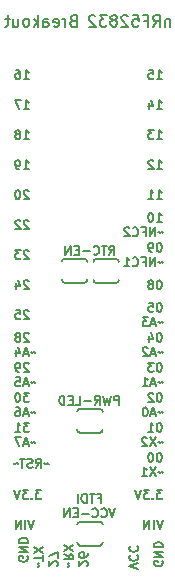
<source format=gbr>
G04 #@! TF.GenerationSoftware,KiCad,Pcbnew,(7.0.0)*
G04 #@! TF.CreationDate,2023-04-22T14:52:30+07:00*
G04 #@! TF.ProjectId,sparkfun-nrf52832-breakout,73706172-6b66-4756-9e2d-6e7266353238,rev?*
G04 #@! TF.SameCoordinates,Original*
G04 #@! TF.FileFunction,Legend,Bot*
G04 #@! TF.FilePolarity,Positive*
%FSLAX46Y46*%
G04 Gerber Fmt 4.6, Leading zero omitted, Abs format (unit mm)*
G04 Created by KiCad (PCBNEW (7.0.0)) date 2023-04-22 14:52:30*
%MOMM*%
%LPD*%
G01*
G04 APERTURE LIST*
%ADD10C,0.133350*%
%ADD11C,0.171450*%
%ADD12C,0.203200*%
G04 APERTURE END LIST*
D10*
X143319500Y-108430452D02*
X143283517Y-108394469D01*
X143283517Y-108394469D02*
X143211550Y-108358485D01*
X143211550Y-108358485D02*
X143031634Y-108358485D01*
X143031634Y-108358485D02*
X142959667Y-108394469D01*
X142959667Y-108394469D02*
X142923684Y-108430452D01*
X142923684Y-108430452D02*
X142887700Y-108502419D01*
X142887700Y-108502419D02*
X142887700Y-108574385D01*
X142887700Y-108574385D02*
X142923684Y-108682335D01*
X142923684Y-108682335D02*
X143355484Y-109114135D01*
X143355484Y-109114135D02*
X142887700Y-109114135D01*
X142455900Y-108682335D02*
X142527867Y-108646352D01*
X142527867Y-108646352D02*
X142563850Y-108610369D01*
X142563850Y-108610369D02*
X142599833Y-108538402D01*
X142599833Y-108538402D02*
X142599833Y-108502419D01*
X142599833Y-108502419D02*
X142563850Y-108430452D01*
X142563850Y-108430452D02*
X142527867Y-108394469D01*
X142527867Y-108394469D02*
X142455900Y-108358485D01*
X142455900Y-108358485D02*
X142311967Y-108358485D01*
X142311967Y-108358485D02*
X142240000Y-108394469D01*
X142240000Y-108394469D02*
X142204017Y-108430452D01*
X142204017Y-108430452D02*
X142168033Y-108502419D01*
X142168033Y-108502419D02*
X142168033Y-108538402D01*
X142168033Y-108538402D02*
X142204017Y-108610369D01*
X142204017Y-108610369D02*
X142240000Y-108646352D01*
X142240000Y-108646352D02*
X142311967Y-108682335D01*
X142311967Y-108682335D02*
X142455900Y-108682335D01*
X142455900Y-108682335D02*
X142527867Y-108718319D01*
X142527867Y-108718319D02*
X142563850Y-108754302D01*
X142563850Y-108754302D02*
X142599833Y-108826269D01*
X142599833Y-108826269D02*
X142599833Y-108970202D01*
X142599833Y-108970202D02*
X142563850Y-109042169D01*
X142563850Y-109042169D02*
X142527867Y-109078152D01*
X142527867Y-109078152D02*
X142455900Y-109114135D01*
X142455900Y-109114135D02*
X142311967Y-109114135D01*
X142311967Y-109114135D02*
X142240000Y-109078152D01*
X142240000Y-109078152D02*
X142204017Y-109042169D01*
X142204017Y-109042169D02*
X142168033Y-108970202D01*
X142168033Y-108970202D02*
X142168033Y-108826269D01*
X142168033Y-108826269D02*
X142204017Y-108754302D01*
X142204017Y-108754302D02*
X142240000Y-108718319D01*
X142240000Y-108718319D02*
X142311967Y-108682335D01*
X143859250Y-110050422D02*
X143823267Y-110014438D01*
X143823267Y-110014438D02*
X143751300Y-109978455D01*
X143751300Y-109978455D02*
X143607367Y-110050422D01*
X143607367Y-110050422D02*
X143535400Y-110014438D01*
X143535400Y-110014438D02*
X143499417Y-109978455D01*
X143247533Y-110122388D02*
X142887700Y-110122388D01*
X143319500Y-110338288D02*
X143067617Y-109582638D01*
X143067617Y-109582638D02*
X142815733Y-110338288D01*
X142240000Y-109834522D02*
X142240000Y-110338288D01*
X142419917Y-109546655D02*
X142599833Y-110086405D01*
X142599833Y-110086405D02*
X142132050Y-110086405D01*
X154148366Y-98954135D02*
X154580166Y-98954135D01*
X154364266Y-98954135D02*
X154364266Y-98198485D01*
X154364266Y-98198485D02*
X154436233Y-98306435D01*
X154436233Y-98306435D02*
X154508200Y-98378402D01*
X154508200Y-98378402D02*
X154580166Y-98414385D01*
X153680583Y-98198485D02*
X153608616Y-98198485D01*
X153608616Y-98198485D02*
X153536649Y-98234469D01*
X153536649Y-98234469D02*
X153500666Y-98270452D01*
X153500666Y-98270452D02*
X153464683Y-98342419D01*
X153464683Y-98342419D02*
X153428699Y-98486352D01*
X153428699Y-98486352D02*
X153428699Y-98666269D01*
X153428699Y-98666269D02*
X153464683Y-98810202D01*
X153464683Y-98810202D02*
X153500666Y-98882169D01*
X153500666Y-98882169D02*
X153536649Y-98918152D01*
X153536649Y-98918152D02*
X153608616Y-98954135D01*
X153608616Y-98954135D02*
X153680583Y-98954135D01*
X153680583Y-98954135D02*
X153752549Y-98918152D01*
X153752549Y-98918152D02*
X153788533Y-98882169D01*
X153788533Y-98882169D02*
X153824516Y-98810202D01*
X153824516Y-98810202D02*
X153860499Y-98666269D01*
X153860499Y-98666269D02*
X153860499Y-98486352D01*
X153860499Y-98486352D02*
X153824516Y-98342419D01*
X153824516Y-98342419D02*
X153788533Y-98270452D01*
X153788533Y-98270452D02*
X153752549Y-98234469D01*
X153752549Y-98234469D02*
X153680583Y-98198485D01*
X154652133Y-99890422D02*
X154616150Y-99854438D01*
X154616150Y-99854438D02*
X154544183Y-99818455D01*
X154544183Y-99818455D02*
X154400250Y-99890422D01*
X154400250Y-99890422D02*
X154328283Y-99854438D01*
X154328283Y-99854438D02*
X154292300Y-99818455D01*
X154004433Y-100178288D02*
X154004433Y-99422638D01*
X154004433Y-99422638D02*
X153572633Y-100178288D01*
X153572633Y-100178288D02*
X153572633Y-99422638D01*
X152960917Y-99782472D02*
X153212800Y-99782472D01*
X153212800Y-100178288D02*
X153212800Y-99422638D01*
X153212800Y-99422638D02*
X152852967Y-99422638D01*
X152133300Y-100106322D02*
X152169283Y-100142305D01*
X152169283Y-100142305D02*
X152277233Y-100178288D01*
X152277233Y-100178288D02*
X152349200Y-100178288D01*
X152349200Y-100178288D02*
X152457150Y-100142305D01*
X152457150Y-100142305D02*
X152529117Y-100070338D01*
X152529117Y-100070338D02*
X152565100Y-99998372D01*
X152565100Y-99998372D02*
X152601083Y-99854438D01*
X152601083Y-99854438D02*
X152601083Y-99746488D01*
X152601083Y-99746488D02*
X152565100Y-99602555D01*
X152565100Y-99602555D02*
X152529117Y-99530588D01*
X152529117Y-99530588D02*
X152457150Y-99458622D01*
X152457150Y-99458622D02*
X152349200Y-99422638D01*
X152349200Y-99422638D02*
X152277233Y-99422638D01*
X152277233Y-99422638D02*
X152169283Y-99458622D01*
X152169283Y-99458622D02*
X152133300Y-99494605D01*
X151845433Y-99494605D02*
X151809450Y-99458622D01*
X151809450Y-99458622D02*
X151737483Y-99422638D01*
X151737483Y-99422638D02*
X151557567Y-99422638D01*
X151557567Y-99422638D02*
X151485600Y-99458622D01*
X151485600Y-99458622D02*
X151449617Y-99494605D01*
X151449617Y-99494605D02*
X151413633Y-99566572D01*
X151413633Y-99566572D02*
X151413633Y-99638538D01*
X151413633Y-99638538D02*
X151449617Y-99746488D01*
X151449617Y-99746488D02*
X151881417Y-100178288D01*
X151881417Y-100178288D02*
X151413633Y-100178288D01*
X142887700Y-89406211D02*
X143319500Y-89406211D01*
X143103600Y-89406211D02*
X143103600Y-88650561D01*
X143103600Y-88650561D02*
X143175567Y-88758511D01*
X143175567Y-88758511D02*
X143247534Y-88830478D01*
X143247534Y-88830478D02*
X143319500Y-88866461D01*
X142635817Y-88650561D02*
X142132050Y-88650561D01*
X142132050Y-88650561D02*
X142455900Y-89406211D01*
X150138341Y-101740356D02*
X150390224Y-101380523D01*
X150570141Y-101740356D02*
X150570141Y-100984706D01*
X150570141Y-100984706D02*
X150282274Y-100984706D01*
X150282274Y-100984706D02*
X150210308Y-101020690D01*
X150210308Y-101020690D02*
X150174324Y-101056673D01*
X150174324Y-101056673D02*
X150138341Y-101128640D01*
X150138341Y-101128640D02*
X150138341Y-101236590D01*
X150138341Y-101236590D02*
X150174324Y-101308556D01*
X150174324Y-101308556D02*
X150210308Y-101344540D01*
X150210308Y-101344540D02*
X150282274Y-101380523D01*
X150282274Y-101380523D02*
X150570141Y-101380523D01*
X149922441Y-100984706D02*
X149490641Y-100984706D01*
X149706541Y-101740356D02*
X149706541Y-100984706D01*
X148806958Y-101668390D02*
X148842941Y-101704373D01*
X148842941Y-101704373D02*
X148950891Y-101740356D01*
X148950891Y-101740356D02*
X149022858Y-101740356D01*
X149022858Y-101740356D02*
X149130808Y-101704373D01*
X149130808Y-101704373D02*
X149202775Y-101632406D01*
X149202775Y-101632406D02*
X149238758Y-101560440D01*
X149238758Y-101560440D02*
X149274741Y-101416506D01*
X149274741Y-101416506D02*
X149274741Y-101308556D01*
X149274741Y-101308556D02*
X149238758Y-101164623D01*
X149238758Y-101164623D02*
X149202775Y-101092656D01*
X149202775Y-101092656D02*
X149130808Y-101020690D01*
X149130808Y-101020690D02*
X149022858Y-100984706D01*
X149022858Y-100984706D02*
X148950891Y-100984706D01*
X148950891Y-100984706D02*
X148842941Y-101020690D01*
X148842941Y-101020690D02*
X148806958Y-101056673D01*
X148483108Y-101452490D02*
X147907375Y-101452490D01*
X147547541Y-101344540D02*
X147295658Y-101344540D01*
X147187708Y-101740356D02*
X147547541Y-101740356D01*
X147547541Y-101740356D02*
X147547541Y-100984706D01*
X147547541Y-100984706D02*
X147187708Y-100984706D01*
X146863858Y-101740356D02*
X146863858Y-100984706D01*
X146863858Y-100984706D02*
X146432058Y-101740356D01*
X146432058Y-101740356D02*
X146432058Y-100984706D01*
X154616150Y-121670561D02*
X154148366Y-121670561D01*
X154148366Y-121670561D02*
X154400250Y-121958428D01*
X154400250Y-121958428D02*
X154292300Y-121958428D01*
X154292300Y-121958428D02*
X154220333Y-121994411D01*
X154220333Y-121994411D02*
X154184350Y-122030395D01*
X154184350Y-122030395D02*
X154148366Y-122102361D01*
X154148366Y-122102361D02*
X154148366Y-122282278D01*
X154148366Y-122282278D02*
X154184350Y-122354245D01*
X154184350Y-122354245D02*
X154220333Y-122390228D01*
X154220333Y-122390228D02*
X154292300Y-122426211D01*
X154292300Y-122426211D02*
X154508200Y-122426211D01*
X154508200Y-122426211D02*
X154580166Y-122390228D01*
X154580166Y-122390228D02*
X154616150Y-122354245D01*
X153824516Y-122354245D02*
X153788533Y-122390228D01*
X153788533Y-122390228D02*
X153824516Y-122426211D01*
X153824516Y-122426211D02*
X153860499Y-122390228D01*
X153860499Y-122390228D02*
X153824516Y-122354245D01*
X153824516Y-122354245D02*
X153824516Y-122426211D01*
X153536650Y-121670561D02*
X153068866Y-121670561D01*
X153068866Y-121670561D02*
X153320750Y-121958428D01*
X153320750Y-121958428D02*
X153212800Y-121958428D01*
X153212800Y-121958428D02*
X153140833Y-121994411D01*
X153140833Y-121994411D02*
X153104850Y-122030395D01*
X153104850Y-122030395D02*
X153068866Y-122102361D01*
X153068866Y-122102361D02*
X153068866Y-122282278D01*
X153068866Y-122282278D02*
X153104850Y-122354245D01*
X153104850Y-122354245D02*
X153140833Y-122390228D01*
X153140833Y-122390228D02*
X153212800Y-122426211D01*
X153212800Y-122426211D02*
X153428700Y-122426211D01*
X153428700Y-122426211D02*
X153500666Y-122390228D01*
X153500666Y-122390228D02*
X153536650Y-122354245D01*
X152852966Y-121670561D02*
X152601083Y-122426211D01*
X152601083Y-122426211D02*
X152349199Y-121670561D01*
X145709247Y-128100666D02*
X145745231Y-128064683D01*
X145745231Y-128064683D02*
X145781214Y-127992716D01*
X145781214Y-127992716D02*
X145781214Y-127812800D01*
X145781214Y-127812800D02*
X145745231Y-127740833D01*
X145745231Y-127740833D02*
X145709247Y-127704850D01*
X145709247Y-127704850D02*
X145637281Y-127668866D01*
X145637281Y-127668866D02*
X145565314Y-127668866D01*
X145565314Y-127668866D02*
X145457364Y-127704850D01*
X145457364Y-127704850D02*
X145025564Y-128136650D01*
X145025564Y-128136650D02*
X145025564Y-127668866D01*
X145781214Y-127416983D02*
X145781214Y-126913216D01*
X145781214Y-126913216D02*
X145025564Y-127237066D01*
X144089278Y-128172633D02*
X144125261Y-128136650D01*
X144125261Y-128136650D02*
X144161244Y-128064683D01*
X144161244Y-128064683D02*
X144089278Y-127920750D01*
X144089278Y-127920750D02*
X144125261Y-127848783D01*
X144125261Y-127848783D02*
X144161244Y-127812800D01*
X144557061Y-127632883D02*
X144557061Y-127201083D01*
X143801411Y-127416983D02*
X144557061Y-127416983D01*
X144557061Y-127021167D02*
X143801411Y-126517400D01*
X144557061Y-126517400D02*
X143801411Y-127021167D01*
X154400250Y-108358485D02*
X154328283Y-108358485D01*
X154328283Y-108358485D02*
X154256316Y-108394469D01*
X154256316Y-108394469D02*
X154220333Y-108430452D01*
X154220333Y-108430452D02*
X154184350Y-108502419D01*
X154184350Y-108502419D02*
X154148366Y-108646352D01*
X154148366Y-108646352D02*
X154148366Y-108826269D01*
X154148366Y-108826269D02*
X154184350Y-108970202D01*
X154184350Y-108970202D02*
X154220333Y-109042169D01*
X154220333Y-109042169D02*
X154256316Y-109078152D01*
X154256316Y-109078152D02*
X154328283Y-109114135D01*
X154328283Y-109114135D02*
X154400250Y-109114135D01*
X154400250Y-109114135D02*
X154472216Y-109078152D01*
X154472216Y-109078152D02*
X154508200Y-109042169D01*
X154508200Y-109042169D02*
X154544183Y-108970202D01*
X154544183Y-108970202D02*
X154580166Y-108826269D01*
X154580166Y-108826269D02*
X154580166Y-108646352D01*
X154580166Y-108646352D02*
X154544183Y-108502419D01*
X154544183Y-108502419D02*
X154508200Y-108430452D01*
X154508200Y-108430452D02*
X154472216Y-108394469D01*
X154472216Y-108394469D02*
X154400250Y-108358485D01*
X153500666Y-108610369D02*
X153500666Y-109114135D01*
X153680583Y-108322502D02*
X153860499Y-108862252D01*
X153860499Y-108862252D02*
X153392716Y-108862252D01*
X154652133Y-110050422D02*
X154616150Y-110014438D01*
X154616150Y-110014438D02*
X154544183Y-109978455D01*
X154544183Y-109978455D02*
X154400250Y-110050422D01*
X154400250Y-110050422D02*
X154328283Y-110014438D01*
X154328283Y-110014438D02*
X154292300Y-109978455D01*
X154040416Y-110122388D02*
X153680583Y-110122388D01*
X154112383Y-110338288D02*
X153860500Y-109582638D01*
X153860500Y-109582638D02*
X153608616Y-110338288D01*
X153392716Y-109654605D02*
X153356733Y-109618622D01*
X153356733Y-109618622D02*
X153284766Y-109582638D01*
X153284766Y-109582638D02*
X153104850Y-109582638D01*
X153104850Y-109582638D02*
X153032883Y-109618622D01*
X153032883Y-109618622D02*
X152996900Y-109654605D01*
X152996900Y-109654605D02*
X152960916Y-109726572D01*
X152960916Y-109726572D02*
X152960916Y-109798538D01*
X152960916Y-109798538D02*
X152996900Y-109906488D01*
X152996900Y-109906488D02*
X153428700Y-110338288D01*
X153428700Y-110338288D02*
X152960916Y-110338288D01*
X154400250Y-115978485D02*
X154328283Y-115978485D01*
X154328283Y-115978485D02*
X154256316Y-116014469D01*
X154256316Y-116014469D02*
X154220333Y-116050452D01*
X154220333Y-116050452D02*
X154184350Y-116122419D01*
X154184350Y-116122419D02*
X154148366Y-116266352D01*
X154148366Y-116266352D02*
X154148366Y-116446269D01*
X154148366Y-116446269D02*
X154184350Y-116590202D01*
X154184350Y-116590202D02*
X154220333Y-116662169D01*
X154220333Y-116662169D02*
X154256316Y-116698152D01*
X154256316Y-116698152D02*
X154328283Y-116734135D01*
X154328283Y-116734135D02*
X154400250Y-116734135D01*
X154400250Y-116734135D02*
X154472216Y-116698152D01*
X154472216Y-116698152D02*
X154508200Y-116662169D01*
X154508200Y-116662169D02*
X154544183Y-116590202D01*
X154544183Y-116590202D02*
X154580166Y-116446269D01*
X154580166Y-116446269D02*
X154580166Y-116266352D01*
X154580166Y-116266352D02*
X154544183Y-116122419D01*
X154544183Y-116122419D02*
X154508200Y-116050452D01*
X154508200Y-116050452D02*
X154472216Y-116014469D01*
X154472216Y-116014469D02*
X154400250Y-115978485D01*
X153428699Y-116734135D02*
X153860499Y-116734135D01*
X153644599Y-116734135D02*
X153644599Y-115978485D01*
X153644599Y-115978485D02*
X153716566Y-116086435D01*
X153716566Y-116086435D02*
X153788533Y-116158402D01*
X153788533Y-116158402D02*
X153860499Y-116194385D01*
X154652133Y-117670422D02*
X154616150Y-117634438D01*
X154616150Y-117634438D02*
X154544183Y-117598455D01*
X154544183Y-117598455D02*
X154400250Y-117670422D01*
X154400250Y-117670422D02*
X154328283Y-117634438D01*
X154328283Y-117634438D02*
X154292300Y-117598455D01*
X154076400Y-117202638D02*
X153572633Y-117958288D01*
X153572633Y-117202638D02*
X154076400Y-117958288D01*
X153320749Y-117274605D02*
X153284766Y-117238622D01*
X153284766Y-117238622D02*
X153212799Y-117202638D01*
X153212799Y-117202638D02*
X153032883Y-117202638D01*
X153032883Y-117202638D02*
X152960916Y-117238622D01*
X152960916Y-117238622D02*
X152924933Y-117274605D01*
X152924933Y-117274605D02*
X152888949Y-117346572D01*
X152888949Y-117346572D02*
X152888949Y-117418538D01*
X152888949Y-117418538D02*
X152924933Y-117526488D01*
X152924933Y-117526488D02*
X153356733Y-117958288D01*
X153356733Y-117958288D02*
X152888949Y-117958288D01*
X150951141Y-114440356D02*
X150951141Y-113684706D01*
X150951141Y-113684706D02*
X150663274Y-113684706D01*
X150663274Y-113684706D02*
X150591308Y-113720690D01*
X150591308Y-113720690D02*
X150555324Y-113756673D01*
X150555324Y-113756673D02*
X150519341Y-113828640D01*
X150519341Y-113828640D02*
X150519341Y-113936590D01*
X150519341Y-113936590D02*
X150555324Y-114008556D01*
X150555324Y-114008556D02*
X150591308Y-114044540D01*
X150591308Y-114044540D02*
X150663274Y-114080523D01*
X150663274Y-114080523D02*
X150951141Y-114080523D01*
X150267458Y-113684706D02*
X150087541Y-114440356D01*
X150087541Y-114440356D02*
X149943608Y-113900606D01*
X149943608Y-113900606D02*
X149799674Y-114440356D01*
X149799674Y-114440356D02*
X149619758Y-113684706D01*
X148900091Y-114440356D02*
X149151974Y-114080523D01*
X149331891Y-114440356D02*
X149331891Y-113684706D01*
X149331891Y-113684706D02*
X149044024Y-113684706D01*
X149044024Y-113684706D02*
X148972058Y-113720690D01*
X148972058Y-113720690D02*
X148936074Y-113756673D01*
X148936074Y-113756673D02*
X148900091Y-113828640D01*
X148900091Y-113828640D02*
X148900091Y-113936590D01*
X148900091Y-113936590D02*
X148936074Y-114008556D01*
X148936074Y-114008556D02*
X148972058Y-114044540D01*
X148972058Y-114044540D02*
X149044024Y-114080523D01*
X149044024Y-114080523D02*
X149331891Y-114080523D01*
X148576241Y-114152490D02*
X148000508Y-114152490D01*
X147280841Y-114440356D02*
X147640674Y-114440356D01*
X147640674Y-114440356D02*
X147640674Y-113684706D01*
X147028957Y-114044540D02*
X146777074Y-114044540D01*
X146669124Y-114440356D02*
X147028957Y-114440356D01*
X147028957Y-114440356D02*
X147028957Y-113684706D01*
X147028957Y-113684706D02*
X146669124Y-113684706D01*
X146345274Y-114440356D02*
X146345274Y-113684706D01*
X146345274Y-113684706D02*
X146165357Y-113684706D01*
X146165357Y-113684706D02*
X146057407Y-113720690D01*
X146057407Y-113720690D02*
X145985441Y-113792656D01*
X145985441Y-113792656D02*
X145949457Y-113864623D01*
X145949457Y-113864623D02*
X145913474Y-114008556D01*
X145913474Y-114008556D02*
X145913474Y-114116506D01*
X145913474Y-114116506D02*
X145949457Y-114260440D01*
X145949457Y-114260440D02*
X145985441Y-114332406D01*
X145985441Y-114332406D02*
X146057407Y-114404373D01*
X146057407Y-114404373D02*
X146165357Y-114440356D01*
X146165357Y-114440356D02*
X146345274Y-114440356D01*
X154148366Y-91946211D02*
X154580166Y-91946211D01*
X154364266Y-91946211D02*
X154364266Y-91190561D01*
X154364266Y-91190561D02*
X154436233Y-91298511D01*
X154436233Y-91298511D02*
X154508200Y-91370478D01*
X154508200Y-91370478D02*
X154580166Y-91406461D01*
X153896483Y-91190561D02*
X153428699Y-91190561D01*
X153428699Y-91190561D02*
X153680583Y-91478428D01*
X153680583Y-91478428D02*
X153572633Y-91478428D01*
X153572633Y-91478428D02*
X153500666Y-91514411D01*
X153500666Y-91514411D02*
X153464683Y-91550395D01*
X153464683Y-91550395D02*
X153428699Y-91622361D01*
X153428699Y-91622361D02*
X153428699Y-91802278D01*
X153428699Y-91802278D02*
X153464683Y-91874245D01*
X153464683Y-91874245D02*
X153500666Y-91910228D01*
X153500666Y-91910228D02*
X153572633Y-91946211D01*
X153572633Y-91946211D02*
X153788533Y-91946211D01*
X153788533Y-91946211D02*
X153860499Y-91910228D01*
X153860499Y-91910228D02*
X153896483Y-91874245D01*
X154400250Y-103890561D02*
X154328283Y-103890561D01*
X154328283Y-103890561D02*
X154256316Y-103926545D01*
X154256316Y-103926545D02*
X154220333Y-103962528D01*
X154220333Y-103962528D02*
X154184350Y-104034495D01*
X154184350Y-104034495D02*
X154148366Y-104178428D01*
X154148366Y-104178428D02*
X154148366Y-104358345D01*
X154148366Y-104358345D02*
X154184350Y-104502278D01*
X154184350Y-104502278D02*
X154220333Y-104574245D01*
X154220333Y-104574245D02*
X154256316Y-104610228D01*
X154256316Y-104610228D02*
X154328283Y-104646211D01*
X154328283Y-104646211D02*
X154400250Y-104646211D01*
X154400250Y-104646211D02*
X154472216Y-104610228D01*
X154472216Y-104610228D02*
X154508200Y-104574245D01*
X154508200Y-104574245D02*
X154544183Y-104502278D01*
X154544183Y-104502278D02*
X154580166Y-104358345D01*
X154580166Y-104358345D02*
X154580166Y-104178428D01*
X154580166Y-104178428D02*
X154544183Y-104034495D01*
X154544183Y-104034495D02*
X154508200Y-103962528D01*
X154508200Y-103962528D02*
X154472216Y-103926545D01*
X154472216Y-103926545D02*
X154400250Y-103890561D01*
X153716566Y-104214411D02*
X153788533Y-104178428D01*
X153788533Y-104178428D02*
X153824516Y-104142445D01*
X153824516Y-104142445D02*
X153860499Y-104070478D01*
X153860499Y-104070478D02*
X153860499Y-104034495D01*
X153860499Y-104034495D02*
X153824516Y-103962528D01*
X153824516Y-103962528D02*
X153788533Y-103926545D01*
X153788533Y-103926545D02*
X153716566Y-103890561D01*
X153716566Y-103890561D02*
X153572633Y-103890561D01*
X153572633Y-103890561D02*
X153500666Y-103926545D01*
X153500666Y-103926545D02*
X153464683Y-103962528D01*
X153464683Y-103962528D02*
X153428699Y-104034495D01*
X153428699Y-104034495D02*
X153428699Y-104070478D01*
X153428699Y-104070478D02*
X153464683Y-104142445D01*
X153464683Y-104142445D02*
X153500666Y-104178428D01*
X153500666Y-104178428D02*
X153572633Y-104214411D01*
X153572633Y-104214411D02*
X153716566Y-104214411D01*
X153716566Y-104214411D02*
X153788533Y-104250395D01*
X153788533Y-104250395D02*
X153824516Y-104286378D01*
X153824516Y-104286378D02*
X153860499Y-104358345D01*
X153860499Y-104358345D02*
X153860499Y-104502278D01*
X153860499Y-104502278D02*
X153824516Y-104574245D01*
X153824516Y-104574245D02*
X153788533Y-104610228D01*
X153788533Y-104610228D02*
X153716566Y-104646211D01*
X153716566Y-104646211D02*
X153572633Y-104646211D01*
X153572633Y-104646211D02*
X153500666Y-104610228D01*
X153500666Y-104610228D02*
X153464683Y-104574245D01*
X153464683Y-104574245D02*
X153428699Y-104502278D01*
X153428699Y-104502278D02*
X153428699Y-104358345D01*
X153428699Y-104358345D02*
X153464683Y-104286378D01*
X153464683Y-104286378D02*
X153500666Y-104250395D01*
X153500666Y-104250395D02*
X153572633Y-104214411D01*
X143319500Y-98882528D02*
X143283517Y-98846545D01*
X143283517Y-98846545D02*
X143211550Y-98810561D01*
X143211550Y-98810561D02*
X143031634Y-98810561D01*
X143031634Y-98810561D02*
X142959667Y-98846545D01*
X142959667Y-98846545D02*
X142923684Y-98882528D01*
X142923684Y-98882528D02*
X142887700Y-98954495D01*
X142887700Y-98954495D02*
X142887700Y-99026461D01*
X142887700Y-99026461D02*
X142923684Y-99134411D01*
X142923684Y-99134411D02*
X143355484Y-99566211D01*
X143355484Y-99566211D02*
X142887700Y-99566211D01*
X142599833Y-98882528D02*
X142563850Y-98846545D01*
X142563850Y-98846545D02*
X142491883Y-98810561D01*
X142491883Y-98810561D02*
X142311967Y-98810561D01*
X142311967Y-98810561D02*
X142240000Y-98846545D01*
X142240000Y-98846545D02*
X142204017Y-98882528D01*
X142204017Y-98882528D02*
X142168033Y-98954495D01*
X142168033Y-98954495D02*
X142168033Y-99026461D01*
X142168033Y-99026461D02*
X142204017Y-99134411D01*
X142204017Y-99134411D02*
X142635817Y-99566211D01*
X142635817Y-99566211D02*
X142168033Y-99566211D01*
X143215455Y-127287866D02*
X143251438Y-127359833D01*
X143251438Y-127359833D02*
X143251438Y-127467783D01*
X143251438Y-127467783D02*
X143215455Y-127575733D01*
X143215455Y-127575733D02*
X143143488Y-127647700D01*
X143143488Y-127647700D02*
X143071521Y-127683683D01*
X143071521Y-127683683D02*
X142927588Y-127719666D01*
X142927588Y-127719666D02*
X142819638Y-127719666D01*
X142819638Y-127719666D02*
X142675705Y-127683683D01*
X142675705Y-127683683D02*
X142603738Y-127647700D01*
X142603738Y-127647700D02*
X142531771Y-127575733D01*
X142531771Y-127575733D02*
X142495788Y-127467783D01*
X142495788Y-127467783D02*
X142495788Y-127395816D01*
X142495788Y-127395816D02*
X142531771Y-127287866D01*
X142531771Y-127287866D02*
X142567755Y-127251883D01*
X142567755Y-127251883D02*
X142819638Y-127251883D01*
X142819638Y-127251883D02*
X142819638Y-127395816D01*
X142495788Y-126928033D02*
X143251438Y-126928033D01*
X143251438Y-126928033D02*
X142495788Y-126496233D01*
X142495788Y-126496233D02*
X143251438Y-126496233D01*
X142495788Y-126136400D02*
X143251438Y-126136400D01*
X143251438Y-126136400D02*
X143251438Y-125956483D01*
X143251438Y-125956483D02*
X143215455Y-125848533D01*
X143215455Y-125848533D02*
X143143488Y-125776567D01*
X143143488Y-125776567D02*
X143071521Y-125740583D01*
X143071521Y-125740583D02*
X142927588Y-125704600D01*
X142927588Y-125704600D02*
X142819638Y-125704600D01*
X142819638Y-125704600D02*
X142675705Y-125740583D01*
X142675705Y-125740583D02*
X142603738Y-125776567D01*
X142603738Y-125776567D02*
X142531771Y-125848533D01*
X142531771Y-125848533D02*
X142495788Y-125956483D01*
X142495788Y-125956483D02*
X142495788Y-126136400D01*
X143319500Y-101422528D02*
X143283517Y-101386545D01*
X143283517Y-101386545D02*
X143211550Y-101350561D01*
X143211550Y-101350561D02*
X143031634Y-101350561D01*
X143031634Y-101350561D02*
X142959667Y-101386545D01*
X142959667Y-101386545D02*
X142923684Y-101422528D01*
X142923684Y-101422528D02*
X142887700Y-101494495D01*
X142887700Y-101494495D02*
X142887700Y-101566461D01*
X142887700Y-101566461D02*
X142923684Y-101674411D01*
X142923684Y-101674411D02*
X143355484Y-102106211D01*
X143355484Y-102106211D02*
X142887700Y-102106211D01*
X142635817Y-101350561D02*
X142168033Y-101350561D01*
X142168033Y-101350561D02*
X142419917Y-101638428D01*
X142419917Y-101638428D02*
X142311967Y-101638428D01*
X142311967Y-101638428D02*
X142240000Y-101674411D01*
X142240000Y-101674411D02*
X142204017Y-101710395D01*
X142204017Y-101710395D02*
X142168033Y-101782361D01*
X142168033Y-101782361D02*
X142168033Y-101962278D01*
X142168033Y-101962278D02*
X142204017Y-102034245D01*
X142204017Y-102034245D02*
X142240000Y-102070228D01*
X142240000Y-102070228D02*
X142311967Y-102106211D01*
X142311967Y-102106211D02*
X142527867Y-102106211D01*
X142527867Y-102106211D02*
X142599833Y-102070228D01*
X142599833Y-102070228D02*
X142635817Y-102034245D01*
X143355484Y-113438485D02*
X142887700Y-113438485D01*
X142887700Y-113438485D02*
X143139584Y-113726352D01*
X143139584Y-113726352D02*
X143031634Y-113726352D01*
X143031634Y-113726352D02*
X142959667Y-113762335D01*
X142959667Y-113762335D02*
X142923684Y-113798319D01*
X142923684Y-113798319D02*
X142887700Y-113870285D01*
X142887700Y-113870285D02*
X142887700Y-114050202D01*
X142887700Y-114050202D02*
X142923684Y-114122169D01*
X142923684Y-114122169D02*
X142959667Y-114158152D01*
X142959667Y-114158152D02*
X143031634Y-114194135D01*
X143031634Y-114194135D02*
X143247534Y-114194135D01*
X143247534Y-114194135D02*
X143319500Y-114158152D01*
X143319500Y-114158152D02*
X143355484Y-114122169D01*
X142419917Y-113438485D02*
X142347950Y-113438485D01*
X142347950Y-113438485D02*
X142275983Y-113474469D01*
X142275983Y-113474469D02*
X142240000Y-113510452D01*
X142240000Y-113510452D02*
X142204017Y-113582419D01*
X142204017Y-113582419D02*
X142168033Y-113726352D01*
X142168033Y-113726352D02*
X142168033Y-113906269D01*
X142168033Y-113906269D02*
X142204017Y-114050202D01*
X142204017Y-114050202D02*
X142240000Y-114122169D01*
X142240000Y-114122169D02*
X142275983Y-114158152D01*
X142275983Y-114158152D02*
X142347950Y-114194135D01*
X142347950Y-114194135D02*
X142419917Y-114194135D01*
X142419917Y-114194135D02*
X142491883Y-114158152D01*
X142491883Y-114158152D02*
X142527867Y-114122169D01*
X142527867Y-114122169D02*
X142563850Y-114050202D01*
X142563850Y-114050202D02*
X142599833Y-113906269D01*
X142599833Y-113906269D02*
X142599833Y-113726352D01*
X142599833Y-113726352D02*
X142563850Y-113582419D01*
X142563850Y-113582419D02*
X142527867Y-113510452D01*
X142527867Y-113510452D02*
X142491883Y-113474469D01*
X142491883Y-113474469D02*
X142419917Y-113438485D01*
X143859250Y-115130422D02*
X143823267Y-115094438D01*
X143823267Y-115094438D02*
X143751300Y-115058455D01*
X143751300Y-115058455D02*
X143607367Y-115130422D01*
X143607367Y-115130422D02*
X143535400Y-115094438D01*
X143535400Y-115094438D02*
X143499417Y-115058455D01*
X143247533Y-115202388D02*
X142887700Y-115202388D01*
X143319500Y-115418288D02*
X143067617Y-114662638D01*
X143067617Y-114662638D02*
X142815733Y-115418288D01*
X142240000Y-114662638D02*
X142383933Y-114662638D01*
X142383933Y-114662638D02*
X142455900Y-114698622D01*
X142455900Y-114698622D02*
X142491883Y-114734605D01*
X142491883Y-114734605D02*
X142563850Y-114842555D01*
X142563850Y-114842555D02*
X142599833Y-114986488D01*
X142599833Y-114986488D02*
X142599833Y-115274355D01*
X142599833Y-115274355D02*
X142563850Y-115346322D01*
X142563850Y-115346322D02*
X142527867Y-115382305D01*
X142527867Y-115382305D02*
X142455900Y-115418288D01*
X142455900Y-115418288D02*
X142311967Y-115418288D01*
X142311967Y-115418288D02*
X142240000Y-115382305D01*
X142240000Y-115382305D02*
X142204017Y-115346322D01*
X142204017Y-115346322D02*
X142168033Y-115274355D01*
X142168033Y-115274355D02*
X142168033Y-115094438D01*
X142168033Y-115094438D02*
X142204017Y-115022472D01*
X142204017Y-115022472D02*
X142240000Y-114986488D01*
X142240000Y-114986488D02*
X142311967Y-114950505D01*
X142311967Y-114950505D02*
X142455900Y-114950505D01*
X142455900Y-114950505D02*
X142527867Y-114986488D01*
X142527867Y-114986488D02*
X142563850Y-115022472D01*
X142563850Y-115022472D02*
X142599833Y-115094438D01*
X154645455Y-127668866D02*
X154681438Y-127740833D01*
X154681438Y-127740833D02*
X154681438Y-127848783D01*
X154681438Y-127848783D02*
X154645455Y-127956733D01*
X154645455Y-127956733D02*
X154573488Y-128028700D01*
X154573488Y-128028700D02*
X154501521Y-128064683D01*
X154501521Y-128064683D02*
X154357588Y-128100666D01*
X154357588Y-128100666D02*
X154249638Y-128100666D01*
X154249638Y-128100666D02*
X154105705Y-128064683D01*
X154105705Y-128064683D02*
X154033738Y-128028700D01*
X154033738Y-128028700D02*
X153961771Y-127956733D01*
X153961771Y-127956733D02*
X153925788Y-127848783D01*
X153925788Y-127848783D02*
X153925788Y-127776816D01*
X153925788Y-127776816D02*
X153961771Y-127668866D01*
X153961771Y-127668866D02*
X153997755Y-127632883D01*
X153997755Y-127632883D02*
X154249638Y-127632883D01*
X154249638Y-127632883D02*
X154249638Y-127776816D01*
X153925788Y-127309033D02*
X154681438Y-127309033D01*
X154681438Y-127309033D02*
X153925788Y-126877233D01*
X153925788Y-126877233D02*
X154681438Y-126877233D01*
X153925788Y-126517400D02*
X154681438Y-126517400D01*
X154681438Y-126517400D02*
X154681438Y-126337483D01*
X154681438Y-126337483D02*
X154645455Y-126229533D01*
X154645455Y-126229533D02*
X154573488Y-126157567D01*
X154573488Y-126157567D02*
X154501521Y-126121583D01*
X154501521Y-126121583D02*
X154357588Y-126085600D01*
X154357588Y-126085600D02*
X154249638Y-126085600D01*
X154249638Y-126085600D02*
X154105705Y-126121583D01*
X154105705Y-126121583D02*
X154033738Y-126157567D01*
X154033738Y-126157567D02*
X153961771Y-126229533D01*
X153961771Y-126229533D02*
X153925788Y-126337483D01*
X153925788Y-126337483D02*
X153925788Y-126517400D01*
X148249247Y-128100666D02*
X148285231Y-128064683D01*
X148285231Y-128064683D02*
X148321214Y-127992716D01*
X148321214Y-127992716D02*
X148321214Y-127812800D01*
X148321214Y-127812800D02*
X148285231Y-127740833D01*
X148285231Y-127740833D02*
X148249247Y-127704850D01*
X148249247Y-127704850D02*
X148177281Y-127668866D01*
X148177281Y-127668866D02*
X148105314Y-127668866D01*
X148105314Y-127668866D02*
X147997364Y-127704850D01*
X147997364Y-127704850D02*
X147565564Y-128136650D01*
X147565564Y-128136650D02*
X147565564Y-127668866D01*
X148321214Y-127021166D02*
X148321214Y-127165099D01*
X148321214Y-127165099D02*
X148285231Y-127237066D01*
X148285231Y-127237066D02*
X148249247Y-127273049D01*
X148249247Y-127273049D02*
X148141297Y-127345016D01*
X148141297Y-127345016D02*
X147997364Y-127380999D01*
X147997364Y-127380999D02*
X147709497Y-127380999D01*
X147709497Y-127380999D02*
X147637531Y-127345016D01*
X147637531Y-127345016D02*
X147601547Y-127309033D01*
X147601547Y-127309033D02*
X147565564Y-127237066D01*
X147565564Y-127237066D02*
X147565564Y-127093133D01*
X147565564Y-127093133D02*
X147601547Y-127021166D01*
X147601547Y-127021166D02*
X147637531Y-126985183D01*
X147637531Y-126985183D02*
X147709497Y-126949199D01*
X147709497Y-126949199D02*
X147889414Y-126949199D01*
X147889414Y-126949199D02*
X147961381Y-126985183D01*
X147961381Y-126985183D02*
X147997364Y-127021166D01*
X147997364Y-127021166D02*
X148033347Y-127093133D01*
X148033347Y-127093133D02*
X148033347Y-127237066D01*
X148033347Y-127237066D02*
X147997364Y-127309033D01*
X147997364Y-127309033D02*
X147961381Y-127345016D01*
X147961381Y-127345016D02*
X147889414Y-127380999D01*
X146629278Y-128172633D02*
X146665261Y-128136650D01*
X146665261Y-128136650D02*
X146701244Y-128064683D01*
X146701244Y-128064683D02*
X146629278Y-127920750D01*
X146629278Y-127920750D02*
X146665261Y-127848783D01*
X146665261Y-127848783D02*
X146701244Y-127812800D01*
X146341411Y-127093133D02*
X146701244Y-127345016D01*
X146341411Y-127524933D02*
X147097061Y-127524933D01*
X147097061Y-127524933D02*
X147097061Y-127237066D01*
X147097061Y-127237066D02*
X147061078Y-127165100D01*
X147061078Y-127165100D02*
X147025094Y-127129116D01*
X147025094Y-127129116D02*
X146953128Y-127093133D01*
X146953128Y-127093133D02*
X146845178Y-127093133D01*
X146845178Y-127093133D02*
X146773211Y-127129116D01*
X146773211Y-127129116D02*
X146737228Y-127165100D01*
X146737228Y-127165100D02*
X146701244Y-127237066D01*
X146701244Y-127237066D02*
X146701244Y-127524933D01*
X147097061Y-126841250D02*
X146341411Y-126337483D01*
X147097061Y-126337483D02*
X146341411Y-126841250D01*
X143319500Y-103962528D02*
X143283517Y-103926545D01*
X143283517Y-103926545D02*
X143211550Y-103890561D01*
X143211550Y-103890561D02*
X143031634Y-103890561D01*
X143031634Y-103890561D02*
X142959667Y-103926545D01*
X142959667Y-103926545D02*
X142923684Y-103962528D01*
X142923684Y-103962528D02*
X142887700Y-104034495D01*
X142887700Y-104034495D02*
X142887700Y-104106461D01*
X142887700Y-104106461D02*
X142923684Y-104214411D01*
X142923684Y-104214411D02*
X143355484Y-104646211D01*
X143355484Y-104646211D02*
X142887700Y-104646211D01*
X142240000Y-104142445D02*
X142240000Y-104646211D01*
X142419917Y-103854578D02*
X142599833Y-104394328D01*
X142599833Y-104394328D02*
X142132050Y-104394328D01*
X154400250Y-113438485D02*
X154328283Y-113438485D01*
X154328283Y-113438485D02*
X154256316Y-113474469D01*
X154256316Y-113474469D02*
X154220333Y-113510452D01*
X154220333Y-113510452D02*
X154184350Y-113582419D01*
X154184350Y-113582419D02*
X154148366Y-113726352D01*
X154148366Y-113726352D02*
X154148366Y-113906269D01*
X154148366Y-113906269D02*
X154184350Y-114050202D01*
X154184350Y-114050202D02*
X154220333Y-114122169D01*
X154220333Y-114122169D02*
X154256316Y-114158152D01*
X154256316Y-114158152D02*
X154328283Y-114194135D01*
X154328283Y-114194135D02*
X154400250Y-114194135D01*
X154400250Y-114194135D02*
X154472216Y-114158152D01*
X154472216Y-114158152D02*
X154508200Y-114122169D01*
X154508200Y-114122169D02*
X154544183Y-114050202D01*
X154544183Y-114050202D02*
X154580166Y-113906269D01*
X154580166Y-113906269D02*
X154580166Y-113726352D01*
X154580166Y-113726352D02*
X154544183Y-113582419D01*
X154544183Y-113582419D02*
X154508200Y-113510452D01*
X154508200Y-113510452D02*
X154472216Y-113474469D01*
X154472216Y-113474469D02*
X154400250Y-113438485D01*
X153860499Y-113510452D02*
X153824516Y-113474469D01*
X153824516Y-113474469D02*
X153752549Y-113438485D01*
X153752549Y-113438485D02*
X153572633Y-113438485D01*
X153572633Y-113438485D02*
X153500666Y-113474469D01*
X153500666Y-113474469D02*
X153464683Y-113510452D01*
X153464683Y-113510452D02*
X153428699Y-113582419D01*
X153428699Y-113582419D02*
X153428699Y-113654385D01*
X153428699Y-113654385D02*
X153464683Y-113762335D01*
X153464683Y-113762335D02*
X153896483Y-114194135D01*
X153896483Y-114194135D02*
X153428699Y-114194135D01*
X154652133Y-115130422D02*
X154616150Y-115094438D01*
X154616150Y-115094438D02*
X154544183Y-115058455D01*
X154544183Y-115058455D02*
X154400250Y-115130422D01*
X154400250Y-115130422D02*
X154328283Y-115094438D01*
X154328283Y-115094438D02*
X154292300Y-115058455D01*
X154040416Y-115202388D02*
X153680583Y-115202388D01*
X154112383Y-115418288D02*
X153860500Y-114662638D01*
X153860500Y-114662638D02*
X153608616Y-115418288D01*
X153212800Y-114662638D02*
X153140833Y-114662638D01*
X153140833Y-114662638D02*
X153068866Y-114698622D01*
X153068866Y-114698622D02*
X153032883Y-114734605D01*
X153032883Y-114734605D02*
X152996900Y-114806572D01*
X152996900Y-114806572D02*
X152960916Y-114950505D01*
X152960916Y-114950505D02*
X152960916Y-115130422D01*
X152960916Y-115130422D02*
X152996900Y-115274355D01*
X152996900Y-115274355D02*
X153032883Y-115346322D01*
X153032883Y-115346322D02*
X153068866Y-115382305D01*
X153068866Y-115382305D02*
X153140833Y-115418288D01*
X153140833Y-115418288D02*
X153212800Y-115418288D01*
X153212800Y-115418288D02*
X153284766Y-115382305D01*
X153284766Y-115382305D02*
X153320750Y-115346322D01*
X153320750Y-115346322D02*
X153356733Y-115274355D01*
X153356733Y-115274355D02*
X153392716Y-115130422D01*
X153392716Y-115130422D02*
X153392716Y-114950505D01*
X153392716Y-114950505D02*
X153356733Y-114806572D01*
X153356733Y-114806572D02*
X153320750Y-114734605D01*
X153320750Y-114734605D02*
X153284766Y-114698622D01*
X153284766Y-114698622D02*
X153212800Y-114662638D01*
X144363017Y-121670561D02*
X143895233Y-121670561D01*
X143895233Y-121670561D02*
X144147117Y-121958428D01*
X144147117Y-121958428D02*
X144039167Y-121958428D01*
X144039167Y-121958428D02*
X143967200Y-121994411D01*
X143967200Y-121994411D02*
X143931217Y-122030395D01*
X143931217Y-122030395D02*
X143895233Y-122102361D01*
X143895233Y-122102361D02*
X143895233Y-122282278D01*
X143895233Y-122282278D02*
X143931217Y-122354245D01*
X143931217Y-122354245D02*
X143967200Y-122390228D01*
X143967200Y-122390228D02*
X144039167Y-122426211D01*
X144039167Y-122426211D02*
X144255067Y-122426211D01*
X144255067Y-122426211D02*
X144327033Y-122390228D01*
X144327033Y-122390228D02*
X144363017Y-122354245D01*
X143571383Y-122354245D02*
X143535400Y-122390228D01*
X143535400Y-122390228D02*
X143571383Y-122426211D01*
X143571383Y-122426211D02*
X143607366Y-122390228D01*
X143607366Y-122390228D02*
X143571383Y-122354245D01*
X143571383Y-122354245D02*
X143571383Y-122426211D01*
X143283517Y-121670561D02*
X142815733Y-121670561D01*
X142815733Y-121670561D02*
X143067617Y-121958428D01*
X143067617Y-121958428D02*
X142959667Y-121958428D01*
X142959667Y-121958428D02*
X142887700Y-121994411D01*
X142887700Y-121994411D02*
X142851717Y-122030395D01*
X142851717Y-122030395D02*
X142815733Y-122102361D01*
X142815733Y-122102361D02*
X142815733Y-122282278D01*
X142815733Y-122282278D02*
X142851717Y-122354245D01*
X142851717Y-122354245D02*
X142887700Y-122390228D01*
X142887700Y-122390228D02*
X142959667Y-122426211D01*
X142959667Y-122426211D02*
X143175567Y-122426211D01*
X143175567Y-122426211D02*
X143247533Y-122390228D01*
X143247533Y-122390228D02*
X143283517Y-122354245D01*
X142599833Y-121670561D02*
X142347950Y-122426211D01*
X142347950Y-122426211D02*
X142096066Y-121670561D01*
X154400250Y-110898485D02*
X154328283Y-110898485D01*
X154328283Y-110898485D02*
X154256316Y-110934469D01*
X154256316Y-110934469D02*
X154220333Y-110970452D01*
X154220333Y-110970452D02*
X154184350Y-111042419D01*
X154184350Y-111042419D02*
X154148366Y-111186352D01*
X154148366Y-111186352D02*
X154148366Y-111366269D01*
X154148366Y-111366269D02*
X154184350Y-111510202D01*
X154184350Y-111510202D02*
X154220333Y-111582169D01*
X154220333Y-111582169D02*
X154256316Y-111618152D01*
X154256316Y-111618152D02*
X154328283Y-111654135D01*
X154328283Y-111654135D02*
X154400250Y-111654135D01*
X154400250Y-111654135D02*
X154472216Y-111618152D01*
X154472216Y-111618152D02*
X154508200Y-111582169D01*
X154508200Y-111582169D02*
X154544183Y-111510202D01*
X154544183Y-111510202D02*
X154580166Y-111366269D01*
X154580166Y-111366269D02*
X154580166Y-111186352D01*
X154580166Y-111186352D02*
X154544183Y-111042419D01*
X154544183Y-111042419D02*
X154508200Y-110970452D01*
X154508200Y-110970452D02*
X154472216Y-110934469D01*
X154472216Y-110934469D02*
X154400250Y-110898485D01*
X153896483Y-110898485D02*
X153428699Y-110898485D01*
X153428699Y-110898485D02*
X153680583Y-111186352D01*
X153680583Y-111186352D02*
X153572633Y-111186352D01*
X153572633Y-111186352D02*
X153500666Y-111222335D01*
X153500666Y-111222335D02*
X153464683Y-111258319D01*
X153464683Y-111258319D02*
X153428699Y-111330285D01*
X153428699Y-111330285D02*
X153428699Y-111510202D01*
X153428699Y-111510202D02*
X153464683Y-111582169D01*
X153464683Y-111582169D02*
X153500666Y-111618152D01*
X153500666Y-111618152D02*
X153572633Y-111654135D01*
X153572633Y-111654135D02*
X153788533Y-111654135D01*
X153788533Y-111654135D02*
X153860499Y-111618152D01*
X153860499Y-111618152D02*
X153896483Y-111582169D01*
X154652133Y-112590422D02*
X154616150Y-112554438D01*
X154616150Y-112554438D02*
X154544183Y-112518455D01*
X154544183Y-112518455D02*
X154400250Y-112590422D01*
X154400250Y-112590422D02*
X154328283Y-112554438D01*
X154328283Y-112554438D02*
X154292300Y-112518455D01*
X154040416Y-112662388D02*
X153680583Y-112662388D01*
X154112383Y-112878288D02*
X153860500Y-112122638D01*
X153860500Y-112122638D02*
X153608616Y-112878288D01*
X152960916Y-112878288D02*
X153392716Y-112878288D01*
X153176816Y-112878288D02*
X153176816Y-112122638D01*
X153176816Y-112122638D02*
X153248783Y-112230588D01*
X153248783Y-112230588D02*
X153320750Y-112302555D01*
X153320750Y-112302555D02*
X153392716Y-112338538D01*
X143319500Y-106502528D02*
X143283517Y-106466545D01*
X143283517Y-106466545D02*
X143211550Y-106430561D01*
X143211550Y-106430561D02*
X143031634Y-106430561D01*
X143031634Y-106430561D02*
X142959667Y-106466545D01*
X142959667Y-106466545D02*
X142923684Y-106502528D01*
X142923684Y-106502528D02*
X142887700Y-106574495D01*
X142887700Y-106574495D02*
X142887700Y-106646461D01*
X142887700Y-106646461D02*
X142923684Y-106754411D01*
X142923684Y-106754411D02*
X143355484Y-107186211D01*
X143355484Y-107186211D02*
X142887700Y-107186211D01*
X142204017Y-106430561D02*
X142563850Y-106430561D01*
X142563850Y-106430561D02*
X142599833Y-106790395D01*
X142599833Y-106790395D02*
X142563850Y-106754411D01*
X142563850Y-106754411D02*
X142491883Y-106718428D01*
X142491883Y-106718428D02*
X142311967Y-106718428D01*
X142311967Y-106718428D02*
X142240000Y-106754411D01*
X142240000Y-106754411D02*
X142204017Y-106790395D01*
X142204017Y-106790395D02*
X142168033Y-106862361D01*
X142168033Y-106862361D02*
X142168033Y-107042278D01*
X142168033Y-107042278D02*
X142204017Y-107114245D01*
X142204017Y-107114245D02*
X142240000Y-107150228D01*
X142240000Y-107150228D02*
X142311967Y-107186211D01*
X142311967Y-107186211D02*
X142491883Y-107186211D01*
X142491883Y-107186211D02*
X142563850Y-107150228D01*
X142563850Y-107150228D02*
X142599833Y-107114245D01*
X142887700Y-94486211D02*
X143319500Y-94486211D01*
X143103600Y-94486211D02*
X143103600Y-93730561D01*
X143103600Y-93730561D02*
X143175567Y-93838511D01*
X143175567Y-93838511D02*
X143247534Y-93910478D01*
X143247534Y-93910478D02*
X143319500Y-93946461D01*
X142527867Y-94486211D02*
X142383933Y-94486211D01*
X142383933Y-94486211D02*
X142311967Y-94450228D01*
X142311967Y-94450228D02*
X142275983Y-94414245D01*
X142275983Y-94414245D02*
X142204017Y-94306295D01*
X142204017Y-94306295D02*
X142168033Y-94162361D01*
X142168033Y-94162361D02*
X142168033Y-93874495D01*
X142168033Y-93874495D02*
X142204017Y-93802528D01*
X142204017Y-93802528D02*
X142240000Y-93766545D01*
X142240000Y-93766545D02*
X142311967Y-93730561D01*
X142311967Y-93730561D02*
X142455900Y-93730561D01*
X142455900Y-93730561D02*
X142527867Y-93766545D01*
X142527867Y-93766545D02*
X142563850Y-93802528D01*
X142563850Y-93802528D02*
X142599833Y-93874495D01*
X142599833Y-93874495D02*
X142599833Y-94054411D01*
X142599833Y-94054411D02*
X142563850Y-94126378D01*
X142563850Y-94126378D02*
X142527867Y-94162361D01*
X142527867Y-94162361D02*
X142455900Y-94198345D01*
X142455900Y-94198345D02*
X142311967Y-94198345D01*
X142311967Y-94198345D02*
X142240000Y-94162361D01*
X142240000Y-94162361D02*
X142204017Y-94126378D01*
X142204017Y-94126378D02*
X142168033Y-94054411D01*
X143319500Y-110970452D02*
X143283517Y-110934469D01*
X143283517Y-110934469D02*
X143211550Y-110898485D01*
X143211550Y-110898485D02*
X143031634Y-110898485D01*
X143031634Y-110898485D02*
X142959667Y-110934469D01*
X142959667Y-110934469D02*
X142923684Y-110970452D01*
X142923684Y-110970452D02*
X142887700Y-111042419D01*
X142887700Y-111042419D02*
X142887700Y-111114385D01*
X142887700Y-111114385D02*
X142923684Y-111222335D01*
X142923684Y-111222335D02*
X143355484Y-111654135D01*
X143355484Y-111654135D02*
X142887700Y-111654135D01*
X142527867Y-111654135D02*
X142383933Y-111654135D01*
X142383933Y-111654135D02*
X142311967Y-111618152D01*
X142311967Y-111618152D02*
X142275983Y-111582169D01*
X142275983Y-111582169D02*
X142204017Y-111474219D01*
X142204017Y-111474219D02*
X142168033Y-111330285D01*
X142168033Y-111330285D02*
X142168033Y-111042419D01*
X142168033Y-111042419D02*
X142204017Y-110970452D01*
X142204017Y-110970452D02*
X142240000Y-110934469D01*
X142240000Y-110934469D02*
X142311967Y-110898485D01*
X142311967Y-110898485D02*
X142455900Y-110898485D01*
X142455900Y-110898485D02*
X142527867Y-110934469D01*
X142527867Y-110934469D02*
X142563850Y-110970452D01*
X142563850Y-110970452D02*
X142599833Y-111042419D01*
X142599833Y-111042419D02*
X142599833Y-111222335D01*
X142599833Y-111222335D02*
X142563850Y-111294302D01*
X142563850Y-111294302D02*
X142527867Y-111330285D01*
X142527867Y-111330285D02*
X142455900Y-111366269D01*
X142455900Y-111366269D02*
X142311967Y-111366269D01*
X142311967Y-111366269D02*
X142240000Y-111330285D01*
X142240000Y-111330285D02*
X142204017Y-111294302D01*
X142204017Y-111294302D02*
X142168033Y-111222335D01*
X143859250Y-112590422D02*
X143823267Y-112554438D01*
X143823267Y-112554438D02*
X143751300Y-112518455D01*
X143751300Y-112518455D02*
X143607367Y-112590422D01*
X143607367Y-112590422D02*
X143535400Y-112554438D01*
X143535400Y-112554438D02*
X143499417Y-112518455D01*
X143247533Y-112662388D02*
X142887700Y-112662388D01*
X143319500Y-112878288D02*
X143067617Y-112122638D01*
X143067617Y-112122638D02*
X142815733Y-112878288D01*
X142204017Y-112122638D02*
X142563850Y-112122638D01*
X142563850Y-112122638D02*
X142599833Y-112482472D01*
X142599833Y-112482472D02*
X142563850Y-112446488D01*
X142563850Y-112446488D02*
X142491883Y-112410505D01*
X142491883Y-112410505D02*
X142311967Y-112410505D01*
X142311967Y-112410505D02*
X142240000Y-112446488D01*
X142240000Y-112446488D02*
X142204017Y-112482472D01*
X142204017Y-112482472D02*
X142168033Y-112554438D01*
X142168033Y-112554438D02*
X142168033Y-112734355D01*
X142168033Y-112734355D02*
X142204017Y-112806322D01*
X142204017Y-112806322D02*
X142240000Y-112842305D01*
X142240000Y-112842305D02*
X142311967Y-112878288D01*
X142311967Y-112878288D02*
X142491883Y-112878288D01*
X142491883Y-112878288D02*
X142563850Y-112842305D01*
X142563850Y-112842305D02*
X142599833Y-112806322D01*
X154652133Y-124210561D02*
X154400250Y-124966211D01*
X154400250Y-124966211D02*
X154148366Y-124210561D01*
X153896483Y-124966211D02*
X153896483Y-124210561D01*
X153536650Y-124966211D02*
X153536650Y-124210561D01*
X153536650Y-124210561D02*
X153104850Y-124966211D01*
X153104850Y-124966211D02*
X153104850Y-124210561D01*
X143355484Y-115978485D02*
X142887700Y-115978485D01*
X142887700Y-115978485D02*
X143139584Y-116266352D01*
X143139584Y-116266352D02*
X143031634Y-116266352D01*
X143031634Y-116266352D02*
X142959667Y-116302335D01*
X142959667Y-116302335D02*
X142923684Y-116338319D01*
X142923684Y-116338319D02*
X142887700Y-116410285D01*
X142887700Y-116410285D02*
X142887700Y-116590202D01*
X142887700Y-116590202D02*
X142923684Y-116662169D01*
X142923684Y-116662169D02*
X142959667Y-116698152D01*
X142959667Y-116698152D02*
X143031634Y-116734135D01*
X143031634Y-116734135D02*
X143247534Y-116734135D01*
X143247534Y-116734135D02*
X143319500Y-116698152D01*
X143319500Y-116698152D02*
X143355484Y-116662169D01*
X142168033Y-116734135D02*
X142599833Y-116734135D01*
X142383933Y-116734135D02*
X142383933Y-115978485D01*
X142383933Y-115978485D02*
X142455900Y-116086435D01*
X142455900Y-116086435D02*
X142527867Y-116158402D01*
X142527867Y-116158402D02*
X142599833Y-116194385D01*
X143859250Y-117670422D02*
X143823267Y-117634438D01*
X143823267Y-117634438D02*
X143751300Y-117598455D01*
X143751300Y-117598455D02*
X143607367Y-117670422D01*
X143607367Y-117670422D02*
X143535400Y-117634438D01*
X143535400Y-117634438D02*
X143499417Y-117598455D01*
X143247533Y-117742388D02*
X142887700Y-117742388D01*
X143319500Y-117958288D02*
X143067617Y-117202638D01*
X143067617Y-117202638D02*
X142815733Y-117958288D01*
X142635817Y-117202638D02*
X142132050Y-117202638D01*
X142132050Y-117202638D02*
X142455900Y-117958288D01*
X149187958Y-122345387D02*
X149439841Y-122345387D01*
X149439841Y-122741203D02*
X149439841Y-121985553D01*
X149439841Y-121985553D02*
X149080008Y-121985553D01*
X148900091Y-121985553D02*
X148468291Y-121985553D01*
X148684191Y-122741203D02*
X148684191Y-121985553D01*
X148216408Y-122741203D02*
X148216408Y-121985553D01*
X148216408Y-121985553D02*
X148036491Y-121985553D01*
X148036491Y-121985553D02*
X147928541Y-122021537D01*
X147928541Y-122021537D02*
X147856575Y-122093503D01*
X147856575Y-122093503D02*
X147820591Y-122165470D01*
X147820591Y-122165470D02*
X147784608Y-122309403D01*
X147784608Y-122309403D02*
X147784608Y-122417353D01*
X147784608Y-122417353D02*
X147820591Y-122561287D01*
X147820591Y-122561287D02*
X147856575Y-122633253D01*
X147856575Y-122633253D02*
X147928541Y-122705220D01*
X147928541Y-122705220D02*
X148036491Y-122741203D01*
X148036491Y-122741203D02*
X148216408Y-122741203D01*
X147460758Y-122741203D02*
X147460758Y-121985553D01*
X150663274Y-123209706D02*
X150411391Y-123965356D01*
X150411391Y-123965356D02*
X150159507Y-123209706D01*
X149475824Y-123893390D02*
X149511807Y-123929373D01*
X149511807Y-123929373D02*
X149619757Y-123965356D01*
X149619757Y-123965356D02*
X149691724Y-123965356D01*
X149691724Y-123965356D02*
X149799674Y-123929373D01*
X149799674Y-123929373D02*
X149871641Y-123857406D01*
X149871641Y-123857406D02*
X149907624Y-123785440D01*
X149907624Y-123785440D02*
X149943607Y-123641506D01*
X149943607Y-123641506D02*
X149943607Y-123533556D01*
X149943607Y-123533556D02*
X149907624Y-123389623D01*
X149907624Y-123389623D02*
X149871641Y-123317656D01*
X149871641Y-123317656D02*
X149799674Y-123245690D01*
X149799674Y-123245690D02*
X149691724Y-123209706D01*
X149691724Y-123209706D02*
X149619757Y-123209706D01*
X149619757Y-123209706D02*
X149511807Y-123245690D01*
X149511807Y-123245690D02*
X149475824Y-123281673D01*
X148720174Y-123893390D02*
X148756157Y-123929373D01*
X148756157Y-123929373D02*
X148864107Y-123965356D01*
X148864107Y-123965356D02*
X148936074Y-123965356D01*
X148936074Y-123965356D02*
X149044024Y-123929373D01*
X149044024Y-123929373D02*
X149115991Y-123857406D01*
X149115991Y-123857406D02*
X149151974Y-123785440D01*
X149151974Y-123785440D02*
X149187957Y-123641506D01*
X149187957Y-123641506D02*
X149187957Y-123533556D01*
X149187957Y-123533556D02*
X149151974Y-123389623D01*
X149151974Y-123389623D02*
X149115991Y-123317656D01*
X149115991Y-123317656D02*
X149044024Y-123245690D01*
X149044024Y-123245690D02*
X148936074Y-123209706D01*
X148936074Y-123209706D02*
X148864107Y-123209706D01*
X148864107Y-123209706D02*
X148756157Y-123245690D01*
X148756157Y-123245690D02*
X148720174Y-123281673D01*
X148396324Y-123677490D02*
X147820591Y-123677490D01*
X147460757Y-123569540D02*
X147208874Y-123569540D01*
X147100924Y-123965356D02*
X147460757Y-123965356D01*
X147460757Y-123965356D02*
X147460757Y-123209706D01*
X147460757Y-123209706D02*
X147100924Y-123209706D01*
X146777074Y-123965356D02*
X146777074Y-123209706D01*
X146777074Y-123209706D02*
X146345274Y-123965356D01*
X146345274Y-123965356D02*
X146345274Y-123209706D01*
X154148366Y-94486211D02*
X154580166Y-94486211D01*
X154364266Y-94486211D02*
X154364266Y-93730561D01*
X154364266Y-93730561D02*
X154436233Y-93838511D01*
X154436233Y-93838511D02*
X154508200Y-93910478D01*
X154508200Y-93910478D02*
X154580166Y-93946461D01*
X153860499Y-93802528D02*
X153824516Y-93766545D01*
X153824516Y-93766545D02*
X153752549Y-93730561D01*
X153752549Y-93730561D02*
X153572633Y-93730561D01*
X153572633Y-93730561D02*
X153500666Y-93766545D01*
X153500666Y-93766545D02*
X153464683Y-93802528D01*
X153464683Y-93802528D02*
X153428699Y-93874495D01*
X153428699Y-93874495D02*
X153428699Y-93946461D01*
X153428699Y-93946461D02*
X153464683Y-94054411D01*
X153464683Y-94054411D02*
X153896483Y-94486211D01*
X153896483Y-94486211D02*
X153428699Y-94486211D01*
X154400250Y-118518485D02*
X154328283Y-118518485D01*
X154328283Y-118518485D02*
X154256316Y-118554469D01*
X154256316Y-118554469D02*
X154220333Y-118590452D01*
X154220333Y-118590452D02*
X154184350Y-118662419D01*
X154184350Y-118662419D02*
X154148366Y-118806352D01*
X154148366Y-118806352D02*
X154148366Y-118986269D01*
X154148366Y-118986269D02*
X154184350Y-119130202D01*
X154184350Y-119130202D02*
X154220333Y-119202169D01*
X154220333Y-119202169D02*
X154256316Y-119238152D01*
X154256316Y-119238152D02*
X154328283Y-119274135D01*
X154328283Y-119274135D02*
X154400250Y-119274135D01*
X154400250Y-119274135D02*
X154472216Y-119238152D01*
X154472216Y-119238152D02*
X154508200Y-119202169D01*
X154508200Y-119202169D02*
X154544183Y-119130202D01*
X154544183Y-119130202D02*
X154580166Y-118986269D01*
X154580166Y-118986269D02*
X154580166Y-118806352D01*
X154580166Y-118806352D02*
X154544183Y-118662419D01*
X154544183Y-118662419D02*
X154508200Y-118590452D01*
X154508200Y-118590452D02*
X154472216Y-118554469D01*
X154472216Y-118554469D02*
X154400250Y-118518485D01*
X153680583Y-118518485D02*
X153608616Y-118518485D01*
X153608616Y-118518485D02*
X153536649Y-118554469D01*
X153536649Y-118554469D02*
X153500666Y-118590452D01*
X153500666Y-118590452D02*
X153464683Y-118662419D01*
X153464683Y-118662419D02*
X153428699Y-118806352D01*
X153428699Y-118806352D02*
X153428699Y-118986269D01*
X153428699Y-118986269D02*
X153464683Y-119130202D01*
X153464683Y-119130202D02*
X153500666Y-119202169D01*
X153500666Y-119202169D02*
X153536649Y-119238152D01*
X153536649Y-119238152D02*
X153608616Y-119274135D01*
X153608616Y-119274135D02*
X153680583Y-119274135D01*
X153680583Y-119274135D02*
X153752549Y-119238152D01*
X153752549Y-119238152D02*
X153788533Y-119202169D01*
X153788533Y-119202169D02*
X153824516Y-119130202D01*
X153824516Y-119130202D02*
X153860499Y-118986269D01*
X153860499Y-118986269D02*
X153860499Y-118806352D01*
X153860499Y-118806352D02*
X153824516Y-118662419D01*
X153824516Y-118662419D02*
X153788533Y-118590452D01*
X153788533Y-118590452D02*
X153752549Y-118554469D01*
X153752549Y-118554469D02*
X153680583Y-118518485D01*
X154652133Y-120210422D02*
X154616150Y-120174438D01*
X154616150Y-120174438D02*
X154544183Y-120138455D01*
X154544183Y-120138455D02*
X154400250Y-120210422D01*
X154400250Y-120210422D02*
X154328283Y-120174438D01*
X154328283Y-120174438D02*
X154292300Y-120138455D01*
X154076400Y-119742638D02*
X153572633Y-120498288D01*
X153572633Y-119742638D02*
X154076400Y-120498288D01*
X152888949Y-120498288D02*
X153320749Y-120498288D01*
X153104849Y-120498288D02*
X153104849Y-119742638D01*
X153104849Y-119742638D02*
X153176816Y-119850588D01*
X153176816Y-119850588D02*
X153248783Y-119922555D01*
X153248783Y-119922555D02*
X153320749Y-119958538D01*
X143319500Y-96342528D02*
X143283517Y-96306545D01*
X143283517Y-96306545D02*
X143211550Y-96270561D01*
X143211550Y-96270561D02*
X143031634Y-96270561D01*
X143031634Y-96270561D02*
X142959667Y-96306545D01*
X142959667Y-96306545D02*
X142923684Y-96342528D01*
X142923684Y-96342528D02*
X142887700Y-96414495D01*
X142887700Y-96414495D02*
X142887700Y-96486461D01*
X142887700Y-96486461D02*
X142923684Y-96594411D01*
X142923684Y-96594411D02*
X143355484Y-97026211D01*
X143355484Y-97026211D02*
X142887700Y-97026211D01*
X142419917Y-96270561D02*
X142347950Y-96270561D01*
X142347950Y-96270561D02*
X142275983Y-96306545D01*
X142275983Y-96306545D02*
X142240000Y-96342528D01*
X142240000Y-96342528D02*
X142204017Y-96414495D01*
X142204017Y-96414495D02*
X142168033Y-96558428D01*
X142168033Y-96558428D02*
X142168033Y-96738345D01*
X142168033Y-96738345D02*
X142204017Y-96882278D01*
X142204017Y-96882278D02*
X142240000Y-96954245D01*
X142240000Y-96954245D02*
X142275983Y-96990228D01*
X142275983Y-96990228D02*
X142347950Y-97026211D01*
X142347950Y-97026211D02*
X142419917Y-97026211D01*
X142419917Y-97026211D02*
X142491883Y-96990228D01*
X142491883Y-96990228D02*
X142527867Y-96954245D01*
X142527867Y-96954245D02*
X142563850Y-96882278D01*
X142563850Y-96882278D02*
X142599833Y-96738345D01*
X142599833Y-96738345D02*
X142599833Y-96558428D01*
X142599833Y-96558428D02*
X142563850Y-96414495D01*
X142563850Y-96414495D02*
X142527867Y-96342528D01*
X142527867Y-96342528D02*
X142491883Y-96306545D01*
X142491883Y-96306545D02*
X142419917Y-96270561D01*
X154148366Y-86866211D02*
X154580166Y-86866211D01*
X154364266Y-86866211D02*
X154364266Y-86110561D01*
X154364266Y-86110561D02*
X154436233Y-86218511D01*
X154436233Y-86218511D02*
X154508200Y-86290478D01*
X154508200Y-86290478D02*
X154580166Y-86326461D01*
X153464683Y-86110561D02*
X153824516Y-86110561D01*
X153824516Y-86110561D02*
X153860499Y-86470395D01*
X153860499Y-86470395D02*
X153824516Y-86434411D01*
X153824516Y-86434411D02*
X153752549Y-86398428D01*
X153752549Y-86398428D02*
X153572633Y-86398428D01*
X153572633Y-86398428D02*
X153500666Y-86434411D01*
X153500666Y-86434411D02*
X153464683Y-86470395D01*
X153464683Y-86470395D02*
X153428699Y-86542361D01*
X153428699Y-86542361D02*
X153428699Y-86722278D01*
X153428699Y-86722278D02*
X153464683Y-86794245D01*
X153464683Y-86794245D02*
X153500666Y-86830228D01*
X153500666Y-86830228D02*
X153572633Y-86866211D01*
X153572633Y-86866211D02*
X153752549Y-86866211D01*
X153752549Y-86866211D02*
X153824516Y-86830228D01*
X153824516Y-86830228D02*
X153860499Y-86794245D01*
X142887700Y-91946211D02*
X143319500Y-91946211D01*
X143103600Y-91946211D02*
X143103600Y-91190561D01*
X143103600Y-91190561D02*
X143175567Y-91298511D01*
X143175567Y-91298511D02*
X143247534Y-91370478D01*
X143247534Y-91370478D02*
X143319500Y-91406461D01*
X142455900Y-91514411D02*
X142527867Y-91478428D01*
X142527867Y-91478428D02*
X142563850Y-91442445D01*
X142563850Y-91442445D02*
X142599833Y-91370478D01*
X142599833Y-91370478D02*
X142599833Y-91334495D01*
X142599833Y-91334495D02*
X142563850Y-91262528D01*
X142563850Y-91262528D02*
X142527867Y-91226545D01*
X142527867Y-91226545D02*
X142455900Y-91190561D01*
X142455900Y-91190561D02*
X142311967Y-91190561D01*
X142311967Y-91190561D02*
X142240000Y-91226545D01*
X142240000Y-91226545D02*
X142204017Y-91262528D01*
X142204017Y-91262528D02*
X142168033Y-91334495D01*
X142168033Y-91334495D02*
X142168033Y-91370478D01*
X142168033Y-91370478D02*
X142204017Y-91442445D01*
X142204017Y-91442445D02*
X142240000Y-91478428D01*
X142240000Y-91478428D02*
X142311967Y-91514411D01*
X142311967Y-91514411D02*
X142455900Y-91514411D01*
X142455900Y-91514411D02*
X142527867Y-91550395D01*
X142527867Y-91550395D02*
X142563850Y-91586378D01*
X142563850Y-91586378D02*
X142599833Y-91658345D01*
X142599833Y-91658345D02*
X142599833Y-91802278D01*
X142599833Y-91802278D02*
X142563850Y-91874245D01*
X142563850Y-91874245D02*
X142527867Y-91910228D01*
X142527867Y-91910228D02*
X142455900Y-91946211D01*
X142455900Y-91946211D02*
X142311967Y-91946211D01*
X142311967Y-91946211D02*
X142240000Y-91910228D01*
X142240000Y-91910228D02*
X142204017Y-91874245D01*
X142204017Y-91874245D02*
X142168033Y-91802278D01*
X142168033Y-91802278D02*
X142168033Y-91658345D01*
X142168033Y-91658345D02*
X142204017Y-91586378D01*
X142204017Y-91586378D02*
X142240000Y-91550395D01*
X142240000Y-91550395D02*
X142311967Y-91514411D01*
X152578038Y-128378033D02*
X151822388Y-128126150D01*
X151822388Y-128126150D02*
X152578038Y-127874266D01*
X151894355Y-127190583D02*
X151858371Y-127226566D01*
X151858371Y-127226566D02*
X151822388Y-127334516D01*
X151822388Y-127334516D02*
X151822388Y-127406483D01*
X151822388Y-127406483D02*
X151858371Y-127514433D01*
X151858371Y-127514433D02*
X151930338Y-127586400D01*
X151930338Y-127586400D02*
X152002305Y-127622383D01*
X152002305Y-127622383D02*
X152146238Y-127658366D01*
X152146238Y-127658366D02*
X152254188Y-127658366D01*
X152254188Y-127658366D02*
X152398121Y-127622383D01*
X152398121Y-127622383D02*
X152470088Y-127586400D01*
X152470088Y-127586400D02*
X152542055Y-127514433D01*
X152542055Y-127514433D02*
X152578038Y-127406483D01*
X152578038Y-127406483D02*
X152578038Y-127334516D01*
X152578038Y-127334516D02*
X152542055Y-127226566D01*
X152542055Y-127226566D02*
X152506071Y-127190583D01*
X151894355Y-126434933D02*
X151858371Y-126470916D01*
X151858371Y-126470916D02*
X151822388Y-126578866D01*
X151822388Y-126578866D02*
X151822388Y-126650833D01*
X151822388Y-126650833D02*
X151858371Y-126758783D01*
X151858371Y-126758783D02*
X151930338Y-126830750D01*
X151930338Y-126830750D02*
X152002305Y-126866733D01*
X152002305Y-126866733D02*
X152146238Y-126902716D01*
X152146238Y-126902716D02*
X152254188Y-126902716D01*
X152254188Y-126902716D02*
X152398121Y-126866733D01*
X152398121Y-126866733D02*
X152470088Y-126830750D01*
X152470088Y-126830750D02*
X152542055Y-126758783D01*
X152542055Y-126758783D02*
X152578038Y-126650833D01*
X152578038Y-126650833D02*
X152578038Y-126578866D01*
X152578038Y-126578866D02*
X152542055Y-126470916D01*
X152542055Y-126470916D02*
X152506071Y-126434933D01*
X154400250Y-100738485D02*
X154328283Y-100738485D01*
X154328283Y-100738485D02*
X154256316Y-100774469D01*
X154256316Y-100774469D02*
X154220333Y-100810452D01*
X154220333Y-100810452D02*
X154184350Y-100882419D01*
X154184350Y-100882419D02*
X154148366Y-101026352D01*
X154148366Y-101026352D02*
X154148366Y-101206269D01*
X154148366Y-101206269D02*
X154184350Y-101350202D01*
X154184350Y-101350202D02*
X154220333Y-101422169D01*
X154220333Y-101422169D02*
X154256316Y-101458152D01*
X154256316Y-101458152D02*
X154328283Y-101494135D01*
X154328283Y-101494135D02*
X154400250Y-101494135D01*
X154400250Y-101494135D02*
X154472216Y-101458152D01*
X154472216Y-101458152D02*
X154508200Y-101422169D01*
X154508200Y-101422169D02*
X154544183Y-101350202D01*
X154544183Y-101350202D02*
X154580166Y-101206269D01*
X154580166Y-101206269D02*
X154580166Y-101026352D01*
X154580166Y-101026352D02*
X154544183Y-100882419D01*
X154544183Y-100882419D02*
X154508200Y-100810452D01*
X154508200Y-100810452D02*
X154472216Y-100774469D01*
X154472216Y-100774469D02*
X154400250Y-100738485D01*
X153788533Y-101494135D02*
X153644599Y-101494135D01*
X153644599Y-101494135D02*
X153572633Y-101458152D01*
X153572633Y-101458152D02*
X153536649Y-101422169D01*
X153536649Y-101422169D02*
X153464683Y-101314219D01*
X153464683Y-101314219D02*
X153428699Y-101170285D01*
X153428699Y-101170285D02*
X153428699Y-100882419D01*
X153428699Y-100882419D02*
X153464683Y-100810452D01*
X153464683Y-100810452D02*
X153500666Y-100774469D01*
X153500666Y-100774469D02*
X153572633Y-100738485D01*
X153572633Y-100738485D02*
X153716566Y-100738485D01*
X153716566Y-100738485D02*
X153788533Y-100774469D01*
X153788533Y-100774469D02*
X153824516Y-100810452D01*
X153824516Y-100810452D02*
X153860499Y-100882419D01*
X153860499Y-100882419D02*
X153860499Y-101062335D01*
X153860499Y-101062335D02*
X153824516Y-101134302D01*
X153824516Y-101134302D02*
X153788533Y-101170285D01*
X153788533Y-101170285D02*
X153716566Y-101206269D01*
X153716566Y-101206269D02*
X153572633Y-101206269D01*
X153572633Y-101206269D02*
X153500666Y-101170285D01*
X153500666Y-101170285D02*
X153464683Y-101134302D01*
X153464683Y-101134302D02*
X153428699Y-101062335D01*
X154652133Y-102430422D02*
X154616150Y-102394438D01*
X154616150Y-102394438D02*
X154544183Y-102358455D01*
X154544183Y-102358455D02*
X154400250Y-102430422D01*
X154400250Y-102430422D02*
X154328283Y-102394438D01*
X154328283Y-102394438D02*
X154292300Y-102358455D01*
X154004433Y-102718288D02*
X154004433Y-101962638D01*
X154004433Y-101962638D02*
X153572633Y-102718288D01*
X153572633Y-102718288D02*
X153572633Y-101962638D01*
X152960917Y-102322472D02*
X153212800Y-102322472D01*
X153212800Y-102718288D02*
X153212800Y-101962638D01*
X153212800Y-101962638D02*
X152852967Y-101962638D01*
X152133300Y-102646322D02*
X152169283Y-102682305D01*
X152169283Y-102682305D02*
X152277233Y-102718288D01*
X152277233Y-102718288D02*
X152349200Y-102718288D01*
X152349200Y-102718288D02*
X152457150Y-102682305D01*
X152457150Y-102682305D02*
X152529117Y-102610338D01*
X152529117Y-102610338D02*
X152565100Y-102538372D01*
X152565100Y-102538372D02*
X152601083Y-102394438D01*
X152601083Y-102394438D02*
X152601083Y-102286488D01*
X152601083Y-102286488D02*
X152565100Y-102142555D01*
X152565100Y-102142555D02*
X152529117Y-102070588D01*
X152529117Y-102070588D02*
X152457150Y-101998622D01*
X152457150Y-101998622D02*
X152349200Y-101962638D01*
X152349200Y-101962638D02*
X152277233Y-101962638D01*
X152277233Y-101962638D02*
X152169283Y-101998622D01*
X152169283Y-101998622D02*
X152133300Y-102034605D01*
X151413633Y-102718288D02*
X151845433Y-102718288D01*
X151629533Y-102718288D02*
X151629533Y-101962638D01*
X151629533Y-101962638D02*
X151701500Y-102070588D01*
X151701500Y-102070588D02*
X151773467Y-102142555D01*
X151773467Y-102142555D02*
X151845433Y-102178538D01*
X145008583Y-119489745D02*
X144972600Y-119453761D01*
X144972600Y-119453761D02*
X144900633Y-119417778D01*
X144900633Y-119417778D02*
X144756700Y-119489745D01*
X144756700Y-119489745D02*
X144684733Y-119453761D01*
X144684733Y-119453761D02*
X144648750Y-119417778D01*
X143929083Y-119777611D02*
X144180966Y-119417778D01*
X144360883Y-119777611D02*
X144360883Y-119021961D01*
X144360883Y-119021961D02*
X144073016Y-119021961D01*
X144073016Y-119021961D02*
X144001050Y-119057945D01*
X144001050Y-119057945D02*
X143965066Y-119093928D01*
X143965066Y-119093928D02*
X143929083Y-119165895D01*
X143929083Y-119165895D02*
X143929083Y-119273845D01*
X143929083Y-119273845D02*
X143965066Y-119345811D01*
X143965066Y-119345811D02*
X144001050Y-119381795D01*
X144001050Y-119381795D02*
X144073016Y-119417778D01*
X144073016Y-119417778D02*
X144360883Y-119417778D01*
X143641216Y-119741628D02*
X143533266Y-119777611D01*
X143533266Y-119777611D02*
X143353350Y-119777611D01*
X143353350Y-119777611D02*
X143281383Y-119741628D01*
X143281383Y-119741628D02*
X143245400Y-119705645D01*
X143245400Y-119705645D02*
X143209416Y-119633678D01*
X143209416Y-119633678D02*
X143209416Y-119561711D01*
X143209416Y-119561711D02*
X143245400Y-119489745D01*
X143245400Y-119489745D02*
X143281383Y-119453761D01*
X143281383Y-119453761D02*
X143353350Y-119417778D01*
X143353350Y-119417778D02*
X143497283Y-119381795D01*
X143497283Y-119381795D02*
X143569250Y-119345811D01*
X143569250Y-119345811D02*
X143605233Y-119309828D01*
X143605233Y-119309828D02*
X143641216Y-119237861D01*
X143641216Y-119237861D02*
X143641216Y-119165895D01*
X143641216Y-119165895D02*
X143605233Y-119093928D01*
X143605233Y-119093928D02*
X143569250Y-119057945D01*
X143569250Y-119057945D02*
X143497283Y-119021961D01*
X143497283Y-119021961D02*
X143317366Y-119021961D01*
X143317366Y-119021961D02*
X143209416Y-119057945D01*
X142993516Y-119021961D02*
X142561716Y-119021961D01*
X142777616Y-119777611D02*
X142777616Y-119021961D01*
X142417783Y-119489745D02*
X142381800Y-119453761D01*
X142381800Y-119453761D02*
X142309833Y-119417778D01*
X142309833Y-119417778D02*
X142165900Y-119489745D01*
X142165900Y-119489745D02*
X142093933Y-119453761D01*
X142093933Y-119453761D02*
X142057950Y-119417778D01*
X154148366Y-97026211D02*
X154580166Y-97026211D01*
X154364266Y-97026211D02*
X154364266Y-96270561D01*
X154364266Y-96270561D02*
X154436233Y-96378511D01*
X154436233Y-96378511D02*
X154508200Y-96450478D01*
X154508200Y-96450478D02*
X154580166Y-96486461D01*
X153428699Y-97026211D02*
X153860499Y-97026211D01*
X153644599Y-97026211D02*
X153644599Y-96270561D01*
X153644599Y-96270561D02*
X153716566Y-96378511D01*
X153716566Y-96378511D02*
X153788533Y-96450478D01*
X153788533Y-96450478D02*
X153860499Y-96486461D01*
X154400250Y-105818485D02*
X154328283Y-105818485D01*
X154328283Y-105818485D02*
X154256316Y-105854469D01*
X154256316Y-105854469D02*
X154220333Y-105890452D01*
X154220333Y-105890452D02*
X154184350Y-105962419D01*
X154184350Y-105962419D02*
X154148366Y-106106352D01*
X154148366Y-106106352D02*
X154148366Y-106286269D01*
X154148366Y-106286269D02*
X154184350Y-106430202D01*
X154184350Y-106430202D02*
X154220333Y-106502169D01*
X154220333Y-106502169D02*
X154256316Y-106538152D01*
X154256316Y-106538152D02*
X154328283Y-106574135D01*
X154328283Y-106574135D02*
X154400250Y-106574135D01*
X154400250Y-106574135D02*
X154472216Y-106538152D01*
X154472216Y-106538152D02*
X154508200Y-106502169D01*
X154508200Y-106502169D02*
X154544183Y-106430202D01*
X154544183Y-106430202D02*
X154580166Y-106286269D01*
X154580166Y-106286269D02*
X154580166Y-106106352D01*
X154580166Y-106106352D02*
X154544183Y-105962419D01*
X154544183Y-105962419D02*
X154508200Y-105890452D01*
X154508200Y-105890452D02*
X154472216Y-105854469D01*
X154472216Y-105854469D02*
X154400250Y-105818485D01*
X153464683Y-105818485D02*
X153824516Y-105818485D01*
X153824516Y-105818485D02*
X153860499Y-106178319D01*
X153860499Y-106178319D02*
X153824516Y-106142335D01*
X153824516Y-106142335D02*
X153752549Y-106106352D01*
X153752549Y-106106352D02*
X153572633Y-106106352D01*
X153572633Y-106106352D02*
X153500666Y-106142335D01*
X153500666Y-106142335D02*
X153464683Y-106178319D01*
X153464683Y-106178319D02*
X153428699Y-106250285D01*
X153428699Y-106250285D02*
X153428699Y-106430202D01*
X153428699Y-106430202D02*
X153464683Y-106502169D01*
X153464683Y-106502169D02*
X153500666Y-106538152D01*
X153500666Y-106538152D02*
X153572633Y-106574135D01*
X153572633Y-106574135D02*
X153752549Y-106574135D01*
X153752549Y-106574135D02*
X153824516Y-106538152D01*
X153824516Y-106538152D02*
X153860499Y-106502169D01*
X154652133Y-107510422D02*
X154616150Y-107474438D01*
X154616150Y-107474438D02*
X154544183Y-107438455D01*
X154544183Y-107438455D02*
X154400250Y-107510422D01*
X154400250Y-107510422D02*
X154328283Y-107474438D01*
X154328283Y-107474438D02*
X154292300Y-107438455D01*
X154040416Y-107582388D02*
X153680583Y-107582388D01*
X154112383Y-107798288D02*
X153860500Y-107042638D01*
X153860500Y-107042638D02*
X153608616Y-107798288D01*
X153428700Y-107042638D02*
X152960916Y-107042638D01*
X152960916Y-107042638D02*
X153212800Y-107330505D01*
X153212800Y-107330505D02*
X153104850Y-107330505D01*
X153104850Y-107330505D02*
X153032883Y-107366488D01*
X153032883Y-107366488D02*
X152996900Y-107402472D01*
X152996900Y-107402472D02*
X152960916Y-107474438D01*
X152960916Y-107474438D02*
X152960916Y-107654355D01*
X152960916Y-107654355D02*
X152996900Y-107726322D01*
X152996900Y-107726322D02*
X153032883Y-107762305D01*
X153032883Y-107762305D02*
X153104850Y-107798288D01*
X153104850Y-107798288D02*
X153320750Y-107798288D01*
X153320750Y-107798288D02*
X153392716Y-107762305D01*
X153392716Y-107762305D02*
X153428700Y-107726322D01*
X154148366Y-89406211D02*
X154580166Y-89406211D01*
X154364266Y-89406211D02*
X154364266Y-88650561D01*
X154364266Y-88650561D02*
X154436233Y-88758511D01*
X154436233Y-88758511D02*
X154508200Y-88830478D01*
X154508200Y-88830478D02*
X154580166Y-88866461D01*
X153500666Y-88902445D02*
X153500666Y-89406211D01*
X153680583Y-88614578D02*
X153860499Y-89154328D01*
X153860499Y-89154328D02*
X153392716Y-89154328D01*
X143751299Y-124210561D02*
X143499416Y-124966211D01*
X143499416Y-124966211D02*
X143247532Y-124210561D01*
X142995649Y-124966211D02*
X142995649Y-124210561D01*
X142635816Y-124966211D02*
X142635816Y-124210561D01*
X142635816Y-124210561D02*
X142204016Y-124966211D01*
X142204016Y-124966211D02*
X142204016Y-124210561D01*
X142887700Y-86866211D02*
X143319500Y-86866211D01*
X143103600Y-86866211D02*
X143103600Y-86110561D01*
X143103600Y-86110561D02*
X143175567Y-86218511D01*
X143175567Y-86218511D02*
X143247534Y-86290478D01*
X143247534Y-86290478D02*
X143319500Y-86326461D01*
X142240000Y-86110561D02*
X142383933Y-86110561D01*
X142383933Y-86110561D02*
X142455900Y-86146545D01*
X142455900Y-86146545D02*
X142491883Y-86182528D01*
X142491883Y-86182528D02*
X142563850Y-86290478D01*
X142563850Y-86290478D02*
X142599833Y-86434411D01*
X142599833Y-86434411D02*
X142599833Y-86722278D01*
X142599833Y-86722278D02*
X142563850Y-86794245D01*
X142563850Y-86794245D02*
X142527867Y-86830228D01*
X142527867Y-86830228D02*
X142455900Y-86866211D01*
X142455900Y-86866211D02*
X142311967Y-86866211D01*
X142311967Y-86866211D02*
X142240000Y-86830228D01*
X142240000Y-86830228D02*
X142204017Y-86794245D01*
X142204017Y-86794245D02*
X142168033Y-86722278D01*
X142168033Y-86722278D02*
X142168033Y-86542361D01*
X142168033Y-86542361D02*
X142204017Y-86470395D01*
X142204017Y-86470395D02*
X142240000Y-86434411D01*
X142240000Y-86434411D02*
X142311967Y-86398428D01*
X142311967Y-86398428D02*
X142455900Y-86398428D01*
X142455900Y-86398428D02*
X142527867Y-86434411D01*
X142527867Y-86434411D02*
X142563850Y-86470395D01*
X142563850Y-86470395D02*
X142599833Y-86542361D01*
D11*
X155281357Y-81777585D02*
X155281357Y-82425285D01*
X155281357Y-81870114D02*
X155235093Y-81823850D01*
X155235093Y-81823850D02*
X155142564Y-81777585D01*
X155142564Y-81777585D02*
X155003771Y-81777585D01*
X155003771Y-81777585D02*
X154911243Y-81823850D01*
X154911243Y-81823850D02*
X154864979Y-81916378D01*
X154864979Y-81916378D02*
X154864979Y-82425285D01*
X153847165Y-82425285D02*
X154171015Y-81962642D01*
X154402336Y-82425285D02*
X154402336Y-81453735D01*
X154402336Y-81453735D02*
X154032222Y-81453735D01*
X154032222Y-81453735D02*
X153939693Y-81500000D01*
X153939693Y-81500000D02*
X153893429Y-81546264D01*
X153893429Y-81546264D02*
X153847165Y-81638792D01*
X153847165Y-81638792D02*
X153847165Y-81777585D01*
X153847165Y-81777585D02*
X153893429Y-81870114D01*
X153893429Y-81870114D02*
X153939693Y-81916378D01*
X153939693Y-81916378D02*
X154032222Y-81962642D01*
X154032222Y-81962642D02*
X154402336Y-81962642D01*
X153106936Y-81916378D02*
X153430786Y-81916378D01*
X153430786Y-82425285D02*
X153430786Y-81453735D01*
X153430786Y-81453735D02*
X152968143Y-81453735D01*
X152135386Y-81453735D02*
X152598029Y-81453735D01*
X152598029Y-81453735D02*
X152644293Y-81916378D01*
X152644293Y-81916378D02*
X152598029Y-81870114D01*
X152598029Y-81870114D02*
X152505501Y-81823850D01*
X152505501Y-81823850D02*
X152274179Y-81823850D01*
X152274179Y-81823850D02*
X152181651Y-81870114D01*
X152181651Y-81870114D02*
X152135386Y-81916378D01*
X152135386Y-81916378D02*
X152089122Y-82008907D01*
X152089122Y-82008907D02*
X152089122Y-82240228D01*
X152089122Y-82240228D02*
X152135386Y-82332757D01*
X152135386Y-82332757D02*
X152181651Y-82379021D01*
X152181651Y-82379021D02*
X152274179Y-82425285D01*
X152274179Y-82425285D02*
X152505501Y-82425285D01*
X152505501Y-82425285D02*
X152598029Y-82379021D01*
X152598029Y-82379021D02*
X152644293Y-82332757D01*
X151719007Y-81546264D02*
X151672743Y-81500000D01*
X151672743Y-81500000D02*
X151580215Y-81453735D01*
X151580215Y-81453735D02*
X151348893Y-81453735D01*
X151348893Y-81453735D02*
X151256365Y-81500000D01*
X151256365Y-81500000D02*
X151210100Y-81546264D01*
X151210100Y-81546264D02*
X151163836Y-81638792D01*
X151163836Y-81638792D02*
X151163836Y-81731321D01*
X151163836Y-81731321D02*
X151210100Y-81870114D01*
X151210100Y-81870114D02*
X151765272Y-82425285D01*
X151765272Y-82425285D02*
X151163836Y-82425285D01*
X150608664Y-81870114D02*
X150701193Y-81823850D01*
X150701193Y-81823850D02*
X150747457Y-81777585D01*
X150747457Y-81777585D02*
X150793721Y-81685057D01*
X150793721Y-81685057D02*
X150793721Y-81638792D01*
X150793721Y-81638792D02*
X150747457Y-81546264D01*
X150747457Y-81546264D02*
X150701193Y-81500000D01*
X150701193Y-81500000D02*
X150608664Y-81453735D01*
X150608664Y-81453735D02*
X150423607Y-81453735D01*
X150423607Y-81453735D02*
X150331079Y-81500000D01*
X150331079Y-81500000D02*
X150284814Y-81546264D01*
X150284814Y-81546264D02*
X150238550Y-81638792D01*
X150238550Y-81638792D02*
X150238550Y-81685057D01*
X150238550Y-81685057D02*
X150284814Y-81777585D01*
X150284814Y-81777585D02*
X150331079Y-81823850D01*
X150331079Y-81823850D02*
X150423607Y-81870114D01*
X150423607Y-81870114D02*
X150608664Y-81870114D01*
X150608664Y-81870114D02*
X150701193Y-81916378D01*
X150701193Y-81916378D02*
X150747457Y-81962642D01*
X150747457Y-81962642D02*
X150793721Y-82055171D01*
X150793721Y-82055171D02*
X150793721Y-82240228D01*
X150793721Y-82240228D02*
X150747457Y-82332757D01*
X150747457Y-82332757D02*
X150701193Y-82379021D01*
X150701193Y-82379021D02*
X150608664Y-82425285D01*
X150608664Y-82425285D02*
X150423607Y-82425285D01*
X150423607Y-82425285D02*
X150331079Y-82379021D01*
X150331079Y-82379021D02*
X150284814Y-82332757D01*
X150284814Y-82332757D02*
X150238550Y-82240228D01*
X150238550Y-82240228D02*
X150238550Y-82055171D01*
X150238550Y-82055171D02*
X150284814Y-81962642D01*
X150284814Y-81962642D02*
X150331079Y-81916378D01*
X150331079Y-81916378D02*
X150423607Y-81870114D01*
X149914700Y-81453735D02*
X149313264Y-81453735D01*
X149313264Y-81453735D02*
X149637114Y-81823850D01*
X149637114Y-81823850D02*
X149498321Y-81823850D01*
X149498321Y-81823850D02*
X149405793Y-81870114D01*
X149405793Y-81870114D02*
X149359528Y-81916378D01*
X149359528Y-81916378D02*
X149313264Y-82008907D01*
X149313264Y-82008907D02*
X149313264Y-82240228D01*
X149313264Y-82240228D02*
X149359528Y-82332757D01*
X149359528Y-82332757D02*
X149405793Y-82379021D01*
X149405793Y-82379021D02*
X149498321Y-82425285D01*
X149498321Y-82425285D02*
X149775907Y-82425285D01*
X149775907Y-82425285D02*
X149868435Y-82379021D01*
X149868435Y-82379021D02*
X149914700Y-82332757D01*
X148943149Y-81546264D02*
X148896885Y-81500000D01*
X148896885Y-81500000D02*
X148804357Y-81453735D01*
X148804357Y-81453735D02*
X148573035Y-81453735D01*
X148573035Y-81453735D02*
X148480507Y-81500000D01*
X148480507Y-81500000D02*
X148434242Y-81546264D01*
X148434242Y-81546264D02*
X148387978Y-81638792D01*
X148387978Y-81638792D02*
X148387978Y-81731321D01*
X148387978Y-81731321D02*
X148434242Y-81870114D01*
X148434242Y-81870114D02*
X148989414Y-82425285D01*
X148989414Y-82425285D02*
X148387978Y-82425285D01*
X147064819Y-81916378D02*
X146926026Y-81962642D01*
X146926026Y-81962642D02*
X146879762Y-82008907D01*
X146879762Y-82008907D02*
X146833498Y-82101435D01*
X146833498Y-82101435D02*
X146833498Y-82240228D01*
X146833498Y-82240228D02*
X146879762Y-82332757D01*
X146879762Y-82332757D02*
X146926026Y-82379021D01*
X146926026Y-82379021D02*
X147018555Y-82425285D01*
X147018555Y-82425285D02*
X147388669Y-82425285D01*
X147388669Y-82425285D02*
X147388669Y-81453735D01*
X147388669Y-81453735D02*
X147064819Y-81453735D01*
X147064819Y-81453735D02*
X146972291Y-81500000D01*
X146972291Y-81500000D02*
X146926026Y-81546264D01*
X146926026Y-81546264D02*
X146879762Y-81638792D01*
X146879762Y-81638792D02*
X146879762Y-81731321D01*
X146879762Y-81731321D02*
X146926026Y-81823850D01*
X146926026Y-81823850D02*
X146972291Y-81870114D01*
X146972291Y-81870114D02*
X147064819Y-81916378D01*
X147064819Y-81916378D02*
X147388669Y-81916378D01*
X146417119Y-82425285D02*
X146417119Y-81777585D01*
X146417119Y-81962642D02*
X146370855Y-81870114D01*
X146370855Y-81870114D02*
X146324591Y-81823850D01*
X146324591Y-81823850D02*
X146232062Y-81777585D01*
X146232062Y-81777585D02*
X146139533Y-81777585D01*
X145445569Y-82379021D02*
X145538097Y-82425285D01*
X145538097Y-82425285D02*
X145723155Y-82425285D01*
X145723155Y-82425285D02*
X145815683Y-82379021D01*
X145815683Y-82379021D02*
X145861947Y-82286492D01*
X145861947Y-82286492D02*
X145861947Y-81916378D01*
X145861947Y-81916378D02*
X145815683Y-81823850D01*
X145815683Y-81823850D02*
X145723155Y-81777585D01*
X145723155Y-81777585D02*
X145538097Y-81777585D01*
X145538097Y-81777585D02*
X145445569Y-81823850D01*
X145445569Y-81823850D02*
X145399305Y-81916378D01*
X145399305Y-81916378D02*
X145399305Y-82008907D01*
X145399305Y-82008907D02*
X145861947Y-82101435D01*
X144566548Y-82425285D02*
X144566548Y-81916378D01*
X144566548Y-81916378D02*
X144612812Y-81823850D01*
X144612812Y-81823850D02*
X144705340Y-81777585D01*
X144705340Y-81777585D02*
X144890398Y-81777585D01*
X144890398Y-81777585D02*
X144982926Y-81823850D01*
X144566548Y-82379021D02*
X144659076Y-82425285D01*
X144659076Y-82425285D02*
X144890398Y-82425285D01*
X144890398Y-82425285D02*
X144982926Y-82379021D01*
X144982926Y-82379021D02*
X145029190Y-82286492D01*
X145029190Y-82286492D02*
X145029190Y-82193964D01*
X145029190Y-82193964D02*
X144982926Y-82101435D01*
X144982926Y-82101435D02*
X144890398Y-82055171D01*
X144890398Y-82055171D02*
X144659076Y-82055171D01*
X144659076Y-82055171D02*
X144566548Y-82008907D01*
X144103905Y-82425285D02*
X144103905Y-81453735D01*
X144011377Y-82055171D02*
X143733791Y-82425285D01*
X143733791Y-81777585D02*
X144103905Y-82147700D01*
X143178619Y-82425285D02*
X143271148Y-82379021D01*
X143271148Y-82379021D02*
X143317412Y-82332757D01*
X143317412Y-82332757D02*
X143363676Y-82240228D01*
X143363676Y-82240228D02*
X143363676Y-81962642D01*
X143363676Y-81962642D02*
X143317412Y-81870114D01*
X143317412Y-81870114D02*
X143271148Y-81823850D01*
X143271148Y-81823850D02*
X143178619Y-81777585D01*
X143178619Y-81777585D02*
X143039826Y-81777585D01*
X143039826Y-81777585D02*
X142947298Y-81823850D01*
X142947298Y-81823850D02*
X142901034Y-81870114D01*
X142901034Y-81870114D02*
X142854769Y-81962642D01*
X142854769Y-81962642D02*
X142854769Y-82240228D01*
X142854769Y-82240228D02*
X142901034Y-82332757D01*
X142901034Y-82332757D02*
X142947298Y-82379021D01*
X142947298Y-82379021D02*
X143039826Y-82425285D01*
X143039826Y-82425285D02*
X143178619Y-82425285D01*
X142022013Y-81777585D02*
X142022013Y-82425285D01*
X142438391Y-81777585D02*
X142438391Y-82286492D01*
X142438391Y-82286492D02*
X142392127Y-82379021D01*
X142392127Y-82379021D02*
X142299598Y-82425285D01*
X142299598Y-82425285D02*
X142160805Y-82425285D01*
X142160805Y-82425285D02*
X142068277Y-82379021D01*
X142068277Y-82379021D02*
X142022013Y-82332757D01*
X141698163Y-81777585D02*
X141328049Y-81777585D01*
X141559370Y-81453735D02*
X141559370Y-82286492D01*
X141559370Y-82286492D02*
X141513106Y-82379021D01*
X141513106Y-82379021D02*
X141420577Y-82425285D01*
X141420577Y-82425285D02*
X141328049Y-82425285D01*
D12*
G04 #@! TO.C,JP1*
X147674500Y-126366000D02*
X149325500Y-126366000D01*
X149325500Y-124334000D02*
X147674500Y-124334000D01*
X147674500Y-124334000D02*
G75*
G03*
X147420500Y-124588000I0J-254000D01*
G01*
X147420500Y-126112000D02*
G75*
G03*
X147674500Y-126366000I254000J0D01*
G01*
X149579500Y-124588000D02*
G75*
G03*
X149325500Y-124334000I-254000J0D01*
G01*
X149325500Y-126366000D02*
G75*
G03*
X149579500Y-126112000I0J254000D01*
G01*
G04 #@! TO.C,JP4*
X146374500Y-104116000D02*
X148025500Y-104116000D01*
X148025500Y-102084000D02*
X146374500Y-102084000D01*
X146374500Y-102084000D02*
G75*
G03*
X146120500Y-102338000I0J-254000D01*
G01*
X146120500Y-103862000D02*
G75*
G03*
X146374500Y-104116000I254000J0D01*
G01*
X148279500Y-102338000D02*
G75*
G03*
X148025500Y-102084000I-254000J0D01*
G01*
X148025500Y-104116000D02*
G75*
G03*
X148279500Y-103862000I0J254000D01*
G01*
G04 #@! TO.C,JP6*
X149325500Y-114784000D02*
X147674500Y-114784000D01*
X147674500Y-116816000D02*
X149325500Y-116816000D01*
X149325500Y-116816000D02*
G75*
G03*
X149579500Y-116562000I0J254000D01*
G01*
X149579500Y-115038000D02*
G75*
G03*
X149325500Y-114784000I-254000J0D01*
G01*
X147420500Y-116562000D02*
G75*
G03*
X147674500Y-116816000I254000J0D01*
G01*
X147674500Y-114784000D02*
G75*
G03*
X147420500Y-115038000I0J-254000D01*
G01*
G04 #@! TO.C,JP5*
X150700500Y-102109000D02*
X149049500Y-102109000D01*
X149049500Y-104141000D02*
X150700500Y-104141000D01*
X150700500Y-104141000D02*
G75*
G03*
X150954500Y-103887000I0J254000D01*
G01*
X150954500Y-102363000D02*
G75*
G03*
X150700500Y-102109000I-254000J0D01*
G01*
X148795500Y-103887000D02*
G75*
G03*
X149049500Y-104141000I254000J0D01*
G01*
X149049500Y-102109000D02*
G75*
G03*
X148795500Y-102363000I0J-254000D01*
G01*
G04 #@! TD*
M02*

</source>
